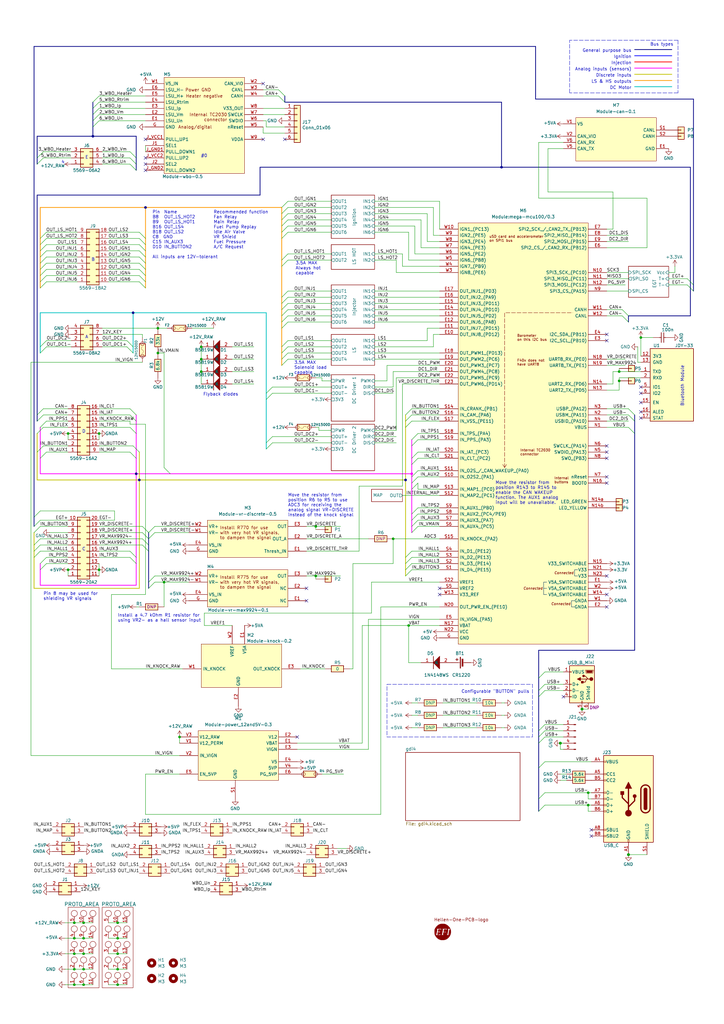
<source format=kicad_sch>
(kicad_sch (version 20231120) (generator "eeschema") (generator_version "8.0")
  (paper "A3" portrait)
  (title_block (title "UAEFI") (date "2025-04-30") (rev "E") (company "rusEFI.com") (comment 1 "https://rusefi.com/s/uaefi"))
  (junction (at 54.61 128.27))
  (junction (at 57.15 196.85))
  (junction (at 34.29 397.51))
  (junction (at 167.64 256.54))
  (junction (at 48.26 403.86))
  (junction (at 82.55 152.4))
  (junction (at 34.29 384.81))
  (junction (at 241.3 325.12))
  (junction (at 64.77 144.78))
  (junction (at 34.29 378.46))
  (junction (at 73.66 302.26))
  (junction (at 238.76 290.83) (diameter 1.016))
  (junction (at 38.1 55.88))
  (junction (at 27.94 177.8))
  (junction (at 257.81 350.52) (diameter 1.016))
  (junction (at 48.26 384.81))
  (junction (at 48.26 391.16))
  (junction (at 40.64 177.8))
  (junction (at 34.29 403.86))
  (junction (at 129.54 236.22))
  (junction (at 82.55 142.24))
  (junction (at 30.48 403.86))
  (junction (at 229.87 304.8) (diameter 1.016))
  (junction (at 262.89 138.43))
  (junction (at 67.31 238.76))
  (junction (at 168.91 194.31) (color 255 0 255 1))
  (junction (at 30.48 384.81))
  (junction (at 30.48 378.46))
  (junction (at 205.74 68.58))
  (junction (at 166.37 196.85))
  (junction (at 59.69 85.09))
  (junction (at 241.3 330.2))
  (junction (at 55.88 194.31))
  (junction (at 48.26 397.51))
  (junction (at 161.29 220.98))
  (junction (at 40.64 233.68))
  (junction (at 64.77 134.62))
  (junction (at 129.54 215.9))
  (junction (at 254 152.4))
  (junction (at 48.26 378.46))
  (junction (at 27.94 233.68))
  (junction (at 30.48 391.16))
  (junction (at 254 156.21))
  (junction (at 82.55 147.32))
  (junction (at 34.29 391.16))
  (junction (at 30.48 397.51))
  (no_connect (at 125.73 241.3))
  (no_connect (at 107.95 34.29))
  (no_connect (at 262.89 171.45))
  (no_connect (at 242.57 342.9))
  (no_connect (at 125.73 246.38))
  (no_connect (at 262.89 168.91))
  (no_connect (at 242.57 340.36))
  (no_connect (at 248.92 182.88))
  (no_connect (at 248.92 187.96))
  (no_connect (at 248.92 248.92))
  (no_connect (at 59.69 64.77))
  (no_connect (at 262.89 161.29))
  (no_connect (at 59.69 69.85))
  (no_connect (at 116.84 57.15))
  (no_connect (at 59.69 57.15))
  (no_connect (at 248.92 198.12))
  (no_connect (at 248.92 185.42))
  (no_connect (at 121.92 302.26))
  (no_connect (at 248.92 236.22))
  (no_connect (at 59.69 67.31))
  (no_connect (at 262.89 158.75))
  (no_connect (at 107.95 57.15))
  (no_connect (at 231.14 285.75))
  (no_connect (at 248.92 243.84))
  (no_connect (at 248.92 137.16))
  (no_connect (at 248.92 139.7))
  (no_connect (at 180.34 241.3))
  (no_connect (at 262.89 165.1))
  (no_connect (at 180.34 243.84))
  (no_connect (at 248.92 195.58))
  (bus_entry (at 171.45 177.8) (size -2.54 2.54))
  (bus_entry (at 114.3 36.83) (size 2.54 2.54))
  (bus_entry (at 255.27 127) (size 2.54 2.54))
  (bus_entry (at 118.11 147.32) (size -2.54 2.54))
  (bus_entry (at 19.05 172.72) (size -2.54 2.54))
  (bus_entry (at 54.61 182.88) (size 2.54 2.54))
  (bus_entry (at 19.05 100.33) (size -2.54 2.54))
  (bus_entry (at 40.64 39.37) (size -2.54 2.54))
  (bus_entry (at 223.52 325.12) (size -2.54 2.54) (stroke (width 0.1524)))
  (bus_entry (at 58.42 223.52) (size 2.54 2.54))
  (bus_entry (at 57.15 95.25) (size 2.54 2.54))
  (bus_entry (at 19.05 139.7) (size -2.54 2.54))
  (bus_entry (at 19.05 110.49) (size -2.54 2.54))
  (bus_entry (at 17.78 175.26) (size -2.54 2.54))
  (bus_entry (at 257.81 167.64) (size 2.54 2.54) (stroke (width 0.1524)))
  (bus_entry (at 168.91 172.72) (size -2.54 2.54))
  (bus_entry (at 114.3 39.37) (size 2.54 2.54))
  (bus_entry (at 171.45 187.96) (size -2.54 2.54))
  (bus_entry (at 223.52 299.72) (size -2.54 2.54))
  (bus_entry (at 16.51 213.36) (size -2.54 2.54))
  (bus_entry (at 223.52 275.59) (size -2.54 2.54))
  (bus_entry (at 223.52 283.21) (size -2.54 2.54))
  (bus_entry (at 118.11 132.08) (size -2.54 2.54))
  (bus_entry (at 111.76 181.61) (size -2.54 2.54))
  (bus_entry (at 19.05 113.03) (size -2.54 2.54))
  (bus_entry (at 168.91 231.14) (size -2.54 2.54))
  (bus_entry (at 58.42 220.98) (size 2.54 2.54))
  (bus_entry (at 168.91 228.6) (size -2.54 2.54))
  (bus_entry (at 17.78 170.18) (size -2.54 2.54))
  (bus_entry (at 19.05 185.42) (size -2.54 2.54))
  (bus_entry (at 223.52 297.18) (size -2.54 2.54))
  (bus_entry (at 118.11 142.24) (size -2.54 2.54))
  (bus_entry (at 19.05 107.95) (size -2.54 2.54))
  (bus_entry (at 40.64 44.45) (size -2.54 2.54))
  (bus_entry (at 19.05 115.57) (size -2.54 2.54))
  (bus_entry (at 57.15 113.03) (size 2.54 2.54))
  (bus_entry (at 171.45 195.58) (size -2.54 2.54))
  (bus_entry (at 118.11 127) (size -2.54 2.54))
  (bus_entry (at 57.15 110.49) (size 2.54 2.54))
  (bus_entry (at 111.76 179.07) (size -2.54 2.54))
  (bus_entry (at 16.51 226.06) (size -2.54 2.54))
  (bus_entry (at 171.45 198.12) (size -2.54 2.54))
  (bus_entry (at 171.45 210.82) (size -2.54 2.54))
  (bus_entry (at 281.94 116.84) (size 2.54 2.54))
  (bus_entry (at 118.11 92.71) (size -2.54 2.54))
  (bus_entry (at 19.05 228.6) (size -2.54 2.54))
  (bus_entry (at 171.45 185.42) (size -2.54 2.54))
  (bus_entry (at 168.91 233.68) (size -2.54 2.54))
  (bus_entry (at 53.34 185.42) (size 2.54 2.54))
  (bus_entry (at 118.11 87.63) (size -2.54 2.54))
  (bus_entry (at 17.78 167.64) (size -2.54 2.54))
  (bus_entry (at 118.11 85.09) (size -2.54 2.54))
  (bus_entry (at 40.64 41.91) (size -2.54 2.54))
  (bus_entry (at 19.05 231.14) (size -2.54 2.54))
  (bus_entry (at 19.05 95.25) (size -2.54 2.54))
  (bus_entry (at 118.11 129.54) (size -2.54 2.54))
  (bus_entry (at 118.11 104.14) (size -2.54 2.54))
  (bus_entry (at 63.5 238.76) (size -2.54 2.54))
  (bus_entry (at 63.5 218.44) (size -2.54 2.54))
  (bus_entry (at 53.34 175.26) (size 2.54 2.54))
  (bus_entry (at 57.15 100.33) (size 2.54 2.54))
  (bus_entry (at 257.81 175.26) (size 2.54 2.54) (stroke (width 0.1524)))
  (bus_entry (at 57.15 97.79) (size 2.54 2.54))
  (bus_entry (at 223.52 280.67) (size -2.54 2.54))
  (bus_entry (at 53.34 167.64) (size 2.54 2.54))
  (bus_entry (at 53.34 67.31) (size 2.54 2.54))
  (bus_entry (at 53.34 228.6) (size 2.54 2.54))
  (bus_entry (at 52.07 142.24) (size 2.54 2.54))
  (bus_entry (at 57.15 102.87) (size 2.54 2.54))
  (bus_entry (at 67.31 191.77) (size 2.54 2.54))
  (bus_entry (at 223.52 302.26) (size -2.54 2.54))
  (bus_entry (at 16.51 220.98) (size -2.54 2.54))
  (bus_entry (at 16.51 215.9) (size -2.54 2.54))
  (bus_entry (at 281.94 114.3) (size 2.54 2.54))
  (bus_entry (at 168.91 226.06) (size -2.54 2.54))
  (bus_entry (at 57.15 115.57) (size 2.54 2.54))
  (bus_entry (at 111.76 158.75) (size -2.54 2.54))
  (bus_entry (at 257.81 170.18) (size 2.54 2.54) (stroke (width 0.1524)))
  (bus_entry (at 118.11 119.38) (size -2.54 2.54))
  (bus_entry (at 168.91 170.18) (size -2.54 2.54))
  (bus_entry (at 118.11 144.78) (size -2.54 2.54))
  (bus_entry (at 53.34 170.18) (size 2.54 2.54))
  (bus_entry (at 58.42 218.44) (size 2.54 2.54))
  (bus_entry (at 118.11 106.68) (size -2.54 2.54))
  (bus_entry (at 57.15 105.41) (size 2.54 2.54))
  (bus_entry (at 118.11 139.7) (size -2.54 2.54))
  (bus_entry (at 19.05 97.79) (size -2.54 2.54))
  (bus_entry (at 118.11 95.25) (size -2.54 2.54))
  (bus_entry (at 52.07 139.7) (size 2.54 2.54))
  (bus_entry (at 171.45 208.28) (size -2.54 2.54))
  (bus_entry (at 16.51 209.55) (size -2.54 2.54))
  (bus_entry (at 118.11 82.55) (size -2.54 2.54))
  (bus_entry (at 171.45 215.9) (size -2.54 2.54))
  (bus_entry (at 17.78 182.88) (size -2.54 2.54))
  (bus_entry (at 53.34 62.23) (size 2.54 2.54))
  (bus_entry (at 223.52 330.2) (size -2.54 2.54) (stroke (width 0.1524)))
  (bus_entry (at 58.42 215.9) (size 2.54 2.54))
  (bus_entry (at 118.11 121.92) (size -2.54 2.54))
  (bus_entry (at 17.78 64.77) (size -2.54 2.54))
  (bus_entry (at 171.45 193.04) (size -2.54 2.54))
  (bus_entry (at 40.64 46.99) (size -2.54 2.54))
  (bus_entry (at 223.52 312.42) (size -2.54 2.54) (stroke (width 0.1524)))
  (bus_entry (at 171.45 213.36) (size -2.54 2.54))
  (bus_entry (at 168.91 167.64) (size -2.54 2.54))
  (bus_entry (at 63.5 215.9) (size -2.54 2.54))
  (bus_entry (at 171.45 180.34) (size -2.54 2.54))
  (bus_entry (at 40.64 49.53) (size -2.54 2.54))
  (bus_entry (at 19.05 105.41) (size -2.54 2.54))
  (bus_entry (at 53.34 226.06) (size 2.54 2.54))
  (bus_entry (at 118.11 90.17) (size -2.54 2.54))
  (bus_entry (at 255.27 129.54) (size 2.54 2.54))
  (bus_entry (at 63.5 236.22) (size -2.54 2.54))
  (bus_entry (at 118.11 124.46) (size -2.54 2.54))
  (bus_entry (at 53.34 64.77) (size 2.54 2.54))
  (bus_entry (at 57.15 107.95) (size 2.54 2.54))
  (bus_entry (at 16.51 223.52) (size -2.54 2.54))
  (bus_entry (at 19.05 142.24) (size -2.54 2.54))
  (bus_entry (at 17.78 62.23) (size -2.54 2.54))
  (bus_entry (at 111.76 161.29) (size -2.54 2.54))
  (bus_entry (at 19.05 102.87) (size -2.54 2.54))
  (wire (pts (xy 30.48 384.81) (xy 34.29 384.81)))
  (wire (pts (xy 242.57 332.74) (xy 241.3 332.74)))
  (wire (pts (xy 40.64 213.36) (xy 46.99 213.36)))
  (bus (pts (xy 55.88 177.8) (xy 55.88 187.96)) (stroke (width 0) (color 255 0 255 1)))
  (wire (pts (xy 205.74 288.29) (xy 207.01 288.29)))
  (bus (pts (xy 220.98 304.8) (xy 220.98 314.96)))
  (wire (pts (xy 44.45 97.79) (xy 57.15 97.79)))
  (wire (pts (xy 229.87 304.8) (xy 231.14 304.8)))
  (bus (pts (xy 15.24 80.01) (xy 15.24 170.18)))
  (bus (pts (xy 55.88 170.18) (xy 55.88 172.72)) (stroke (width 0) (color 255 0 255 1)))
  (wire (pts (xy 205.74 293.37) (xy 207.01 293.37)))
  (bus (pts (xy 109.22 161.29) (xy 109.22 163.83)) (stroke (width 0) (color 0 194 194 1)))
  (wire (pts (xy 29.21 64.77) (xy 17.78 64.77)))
  (wire (pts (xy 153.67 139.7) (xy 175.26 139.7)))
  (wire (pts (xy 153.67 147.32) (xy 180.34 147.32)))
  (wire (pts (xy 40.64 41.91) (xy 59.69 41.91)))
  (wire (pts (xy 111.76 158.75) (xy 135.89 158.75)))
  (wire (pts (xy 231.14 280.67) (xy 223.52 280.67)))
  (bus (pts (xy 15.24 185.42) (xy 15.24 196.85)) (stroke (width 0) (color 194 194 0 1)))
  (wire (pts (xy 41.91 67.31) (xy 53.34 67.31)))
  (wire (pts (xy 83.82 256.54) (xy 95.25 256.54)))
  (bus (pts (xy 38.1 55.88) (xy 15.24 55.88)))
  (wire (pts (xy 31.75 107.95) (xy 19.05 107.95)))
  (wire (pts (xy 153.67 119.38) (xy 180.34 119.38)))
  (wire (pts (xy 153.67 176.53) (xy 162.56 176.53)))
  (wire (pts (xy 48.26 378.46) (xy 52.07 378.46)))
  (wire (pts (xy 153.67 129.54) (xy 180.34 129.54)))
  (wire (pts (xy 41.91 62.23) (xy 53.34 62.23)))
  (wire (pts (xy 261.62 148.59) (xy 262.89 148.59)))
  (bus (pts (xy 275.59 25.4) (xy 260.35 25.4)) (stroke (width 0.3048) (color 255 0 0 1)))
  (bus (pts (xy 219.71 19.05) (xy 219.71 40.64)))
  (wire (pts (xy 132.08 154.94) (xy 132.08 156.21)))
  (wire (pts (xy 153.67 87.63) (xy 175.26 87.63)))
  (wire (pts (xy 276.86 111.76) (xy 276.86 109.22)))
  (wire (pts (xy 30.48 403.86) (xy 34.29 403.86)))
  (bus (pts (xy 16.51 85.09) (xy 16.51 97.79)) (stroke (width 0) (color 255 153 0 1)))
  (wire (pts (xy 107.95 44.45) (xy 116.84 44.45)))
  (wire (pts (xy 40.64 220.98) (xy 58.42 220.98)))
  (bus (pts (xy 109.22 181.61) (xy 109.22 184.15)) (stroke (width 0) (color 0 194 194 1)))
  (wire (pts (xy 26.67 384.81) (xy 30.48 384.81)))
  (bus (pts (xy 16.51 233.68) (xy 16.51 240.03)) (stroke (width 0) (color 255 0 255 1)))
  (wire (pts (xy 133.35 274.32) (xy 123.19 274.32)))
  (bus (pts (xy 60.96 241.3) (xy 60.96 238.76)))
  (bus (pts (xy 15.24 64.77) (xy 15.24 67.31)))
  (wire (pts (xy 12.7 309.88) (xy 12.7 148.59)))
  (bus (pts (xy 275.59 33.02) (xy 260.35 33.02)) (stroke (width 0.3048) (color 255 153 0 1)))
  (wire (pts (xy 153.67 127) (xy 180.34 127)))
  (wire (pts (xy 40.64 185.42) (xy 53.34 185.42)))
  (wire (pts (xy 26.67 391.16) (xy 30.48 391.16)))
  (wire (pts (xy 242.57 325.12) (xy 241.3 325.12)))
  (wire (pts (xy 29.21 142.24) (xy 19.05 142.24)))
  (wire (pts (xy 165.1 109.22) (xy 180.34 109.22)))
  (bus (pts (xy 220.98 302.26) (xy 220.98 304.8)))
  (wire (pts (xy 180.34 82.55) (xy 180.34 93.98)))
  (bus (pts (xy 166.37 170.18) (xy 166.37 172.72)) (stroke (width 0) (color 194 194 0 1)))
  (wire (pts (xy 162.56 106.68) (xy 153.67 106.68)))
  (wire (pts (xy 142.24 347.98) (xy 138.43 347.98)))
  (bus (pts (xy 220.98 327.66) (xy 220.98 332.74)))
  (wire (pts (xy 153.67 95.25) (xy 167.64 95.25)))
  (bus (pts (xy 109.22 163.83) (xy 109.22 181.61)) (stroke (width 0) (color 0 194 194 1)))
  (wire (pts (xy 40.64 223.52) (xy 58.42 223.52)))
  (wire (pts (xy 118.11 82.55) (xy 135.89 82.55)))
  (wire (pts (xy 156.21 334.01) (xy 156.21 248.92)))
  (wire (pts (xy 181.61 293.37) (xy 195.58 293.37)))
  (bus (pts (xy 15.24 170.18) (xy 15.24 172.72)))
  (bus (pts (xy 115.57 144.78) (xy 115.57 147.32)) (stroke (width 0) (color 255 153 0 1)))
  (bus (pts (xy 168.91 210.82) (xy 168.91 213.36)) (stroke (width 0) (color 255 0 255 1)))
  (wire (pts (xy 46.99 213.36) (xy 46.99 209.55)))
  (wire (pts (xy 153.67 144.78) (xy 180.34 144.78)))
  (wire (pts (xy 83.82 251.46) (xy 83.82 256.54)))
  (wire (pts (xy 40.64 49.53) (xy 59.69 49.53)))
  (wire (pts (xy 114.3 39.37) (xy 107.95 39.37)))
  (bus (pts (xy 15.24 55.88) (xy 15.24 64.77)))
  (wire (pts (xy 255.27 127) (xy 248.92 127)))
  (wire (pts (xy 167.64 106.68) (xy 180.34 106.68)))
  (bus (pts (xy 16.51 115.57) (xy 16.51 118.11)) (stroke (width 0) (color 255 153 0 1)))
  (wire (pts (xy 45.72 274.32) (xy 45.72 243.84)))
  (bus (pts (xy 55.88 55.88) (xy 38.1 55.88)))
  (wire (pts (xy 58.42 137.16) (xy 58.42 138.43)))
  (wire (pts (xy 148.59 256.54) (xy 167.64 256.54)))
  (wire (pts (xy 31.75 97.79) (xy 19.05 97.79)))
  (wire (pts (xy 274.32 116.84) (xy 281.94 116.84)))
  (wire (pts (xy 248.92 99.06) (xy 257.81 99.06)))
  (wire (pts (xy 63.5 215.9) (xy 77.47 215.9)))
  (wire (pts (xy 129.54 215.9) (xy 139.7 215.9)))
  (polyline (pts (xy 278.13 16.51) (xy 233.68 16.51)) (stroke (width 0) (type dash)))
  (wire (pts (xy 132.08 156.21) (xy 135.89 156.21)))
  (bus (pts (xy 15.24 177.8) (xy 15.24 185.42)) (stroke (width 0) (color 194 194 0 1)))
  (bus (pts (xy 13.97 212.09) (xy 13.97 19.05)))
  (wire (pts (xy 44.45 384.81) (xy 48.26 384.81)))
  (wire (pts (xy 44.45 110.49) (xy 57.15 110.49)))
  (bus (pts (xy 220.98 278.13) (xy 220.98 283.21)))
  (wire (pts (xy 171.45 177.8) (xy 180.34 177.8)))
  (wire (pts (xy 118.11 144.78) (xy 135.89 144.78)))
  (wire (pts (xy 27.94 228.6) (xy 19.05 228.6)))
  (wire (pts (xy 111.76 179.07) (xy 135.89 179.07)))
  (wire (pts (xy 31.75 105.41) (xy 19.05 105.41)))
  (wire (pts (xy 231.14 297.18) (xy 223.52 297.18)))
  (wire (pts (xy 147.32 199.39) (xy 165.1 199.39)))
  (bus (pts (xy 106.68 80.01) (xy 15.24 80.01)))
  (wire (pts (xy 31.75 115.57) (xy 19.05 115.57)))
  (wire (pts (xy 48.26 397.51) (xy 52.07 397.51)))
  (wire (pts (xy 251.46 152.4) (xy 251.46 157.48)))
  (wire (pts (xy 223.52 275.59) (xy 231.14 275.59)))
  (wire (pts (xy 254 151.13) (xy 254 152.4)))
  (wire (pts (xy 242.57 327.66) (xy 241.3 327.66)))
  (wire (pts (xy 118.11 92.71) (xy 135.89 92.71)))
  (wire (pts (xy 41.91 139.7) (xy 52.07 139.7)))
  (wire (pts (xy 59.69 173.99) (xy 59.69 243.84)))
  (wire (pts (xy 168.91 167.64) (xy 180.34 167.64)))
  (bus (pts (xy 115.57 142.24) (xy 115.57 144.78)) (stroke (width 0) (color 255 153 0 1)))
  (wire (pts (xy 254 154.94) (xy 254 156.21)))
  (wire (pts (xy 129.54 236.22) (xy 139.7 236.22)))
  (wire (pts (xy 118.11 90.17) (xy 135.89 90.17)))
  (bus (pts (xy 205.74 68.58) (xy 106.68 68.58)))
  (wire (pts (xy 220.98 81.28) (xy 220.98 58.42)))
  (bus (pts (xy 115.57 85.09) (xy 115.57 87.63)) (stroke (width 0) (color 255 153 0 1)))
  (wire (pts (xy 251.46 93.98) (xy 251.46 78.74)))
  (wire (pts (xy 40.64 170.18) (xy 53.34 170.18)))
  (wire (pts (xy 64.77 134.62) (xy 68.58 134.62)))
  (wire (pts (xy 44.45 113.03) (xy 57.15 113.03)))
  (bus (pts (xy 59.69 97.79) (xy 59.69 100.33)) (stroke (width 0) (color 255 153 0 1)))
  (bus (pts (xy 166.37 233.68) (xy 166.37 236.22)) (stroke (width 0) (color 194 194 0 1)))
  (wire (pts (xy 171.45 210.82) (xy 180.34 210.82)))
  (wire (pts (xy 241.3 290.83) (xy 238.76 290.83)))
  (wire (pts (xy 27.94 233.68) (xy 27.94 236.22)))
  (wire (pts (xy 129.54 175.26) (xy 130.81 175.26)))
  (bus (pts (xy 220.98 283.21) (xy 220.98 285.75)))
  (bus (pts (xy 59.69 85.09) (xy 59.69 97.79)) (stroke (width 0) (color 255 153 0 1)))
  (wire (pts (xy 251.46 152.4) (xy 254 152.4)))
  (bus (pts (xy 59.69 110.49) (xy 59.69 113.03)) (stroke (width 0) (color 255 153 0 1)))
  (wire (pts (xy 172.72 101.6) (xy 180.34 101.6)))
  (bus (pts (xy 115.57 90.17) (xy 115.57 92.71)) (stroke (width 0) (color 255 153 0 1)))
  (bus (pts (xy 60.96 238.76) (xy 60.96 226.06)))
  (wire (pts (xy 248.92 111.76) (xy 257.81 111.76)))
  (wire (pts (xy 44.45 105.41) (xy 57.15 105.41)))
  (bus (pts (xy 115.57 92.71) (xy 115.57 95.25)) (stroke (width 0) (color 255 153 0 1)))
  (bus (pts (xy 260.35 266.7) (xy 260.35 177.8)))
  (wire (pts (xy 34.29 397.51) (xy 38.1 397.51)))
  (bus (pts (xy 38.1 49.53) (xy 38.1 52.07)))
  (polyline (pts (xy 278.13 38.1) (xy 233.68 38.1)) (stroke (width 0) (type dash)))
  (wire (pts (xy 248.92 170.18) (xy 257.81 170.18)))
  (wire (pts (xy 153.67 124.46) (xy 180.34 124.46)))
  (bus (pts (xy 220.98 266.7) (xy 260.35 266.7)))
  (wire (pts (xy 254 156.21) (xy 254 160.02)))
  (wire (pts (xy 231.14 307.34) (xy 229.87 307.34)))
  (wire (pts (xy 248.92 96.52) (xy 257.81 96.52)))
  (bus (pts (xy 59.69 107.95) (xy 59.69 110.49)) (stroke (width 0) (color 255 153 0 1)))
  (bus (pts (xy 115.57 106.68) (xy 115.57 109.22)) (stroke (width 0) (color 255 153 0 1)))
  (bus (pts (xy 16.51 231.14) (xy 16.51 233.68)) (stroke (width 0) (color 255 0 255 1)))
  (wire (pts (xy 248.92 160.02) (xy 254 160.02)))
  (wire (pts (xy 40.64 177.8) (xy 40.64 180.34)))
  (bus (pts (xy 168.91 198.12) (xy 168.91 200.66)) (stroke (width 0) (color 255 0 255 1)))
  (bus (pts (xy 13.97 223.52) (xy 13.97 226.06)) (stroke (width 0) (color 194 194 0 1)))
  (bus (pts (xy 115.57 127) (xy 115.57 129.54)) (stroke (width 0) (color 255 153 0 1)))
  (wire (pts (xy 177.8 137.16) (xy 180.34 137.16)))
  (bus (pts (xy 16.51 100.33) (xy 16.51 102.87)) (stroke (width 0) (color 255 153 0 1)))
  (wire (pts (xy 40.64 218.44) (xy 58.42 218.44)))
  (wire (pts (xy 64.77 144.78) (xy 67.31 144.78)))
  (wire (pts (xy 44.45 403.86) (xy 48.26 403.86)))
  (wire (pts (xy 255.27 129.54) (xy 248.92 129.54)))
  (wire (pts (xy 63.5 236.22) (xy 77.47 236.22)))
  (bus (pts (xy 275.59 35.56) (xy 260.35 35.56)) (stroke (width 0.3048) (color 0 194 194 1)))
  (wire (pts (xy 256.54 116.84) (xy 248.92 116.84)))
  (wire (pts (xy 63.5 218.44) (xy 77.47 218.44)))
  (bus (pts (xy 283.21 68.58) (xy 205.74 68.58)))
  (bus (pts (xy 13.97 19.05) (xy 219.71 19.05)))
  (wire (pts (xy 82.55 142.24) (xy 82.55 147.32)))
  (wire (pts (xy 168.91 228.6) (xy 180.34 228.6)))
  (bus (pts (xy 168.91 182.88) (xy 168.91 187.96)) (stroke (width 0) (color 255 0 255 1)))
  (bus (pts (xy 275.59 20.32) (xy 260.35 20.32)))
  (bus (pts (xy 69.85 194.31) (xy 168.91 194.31)) (stroke (width 0) (color 255 0 255 1)))
  (wire (pts (xy 107.95 49.53) (xy 109.22 49.53)))
  (wire (pts (xy 27.94 170.18) (xy 17.78 170.18)))
  (wire (pts (xy 171.45 200.66) (xy 171.45 198.12)))
  (wire (pts (xy 118.11 106.68) (xy 135.89 106.68)))
  (wire (pts (xy 129.54 236.22) (xy 129.54 237.49)))
  (polyline (pts (xy 233.68 38.1) (xy 233.68 16.51)) (stroke (width 0) (type dash)))
  (wire (pts (xy 170.18 92.71) (xy 170.18 104.14)))
  (bus (pts (xy 55.88 55.88) (xy 55.88 64.77)))
  (wire (pts (xy 31.75 95.25) (xy 19.05 95.25)))
  (wire (pts (xy 95.25 147.32) (xy 104.14 147.32)))
  (wire (pts (xy 82.55 147.32) (xy 82.55 152.4)))
  (wire (pts (xy 48.26 391.16) (xy 52.07 391.16)))
  (bus (pts (xy 16.51 107.95) (xy 16.51 110.49)) (stroke (width 0) (color 255 153 0 1)))
  (wire (pts (xy 95.25 157.48) (xy 104.14 157.48)))
  (bus (pts (xy 168.91 195.58) (xy 168.91 198.12)) (stroke (width 0) (color 255 0 255 1)))
  (bus (pts (xy 16.51 113.03) (xy 16.51 115.57)) (stroke (width 0) (color 255 153 0 1)))
  (wire (pts (xy 161.29 152.4) (xy 180.34 152.4)))
  (bus (pts (xy 13.97 226.06) (xy 13.97 228.6)) (stroke (width 0) (color 194 194 0 1)))
  (wire (pts (xy 41.91 137.16) (xy 58.42 137.16)))
  (wire (pts (xy 153.67 121.92) (xy 180.34 121.92)))
  (bus (pts (xy 168.91 194.31) (xy 168.91 195.58)) (stroke (width 0) (color 255 0 255 1)))
  (wire (pts (xy 111.76 181.61) (xy 135.89 181.61)))
  (bus (pts (xy 59.69 113.03) (xy 59.69 115.57)) (stroke (width 0) (color 255 153 0 1)))
  (wire (pts (xy 118.11 127) (xy 135.89 127)))
  (wire (pts (xy 82.55 152.4) (xy 82.55 157.48)))
  (wire (pts (xy 31.75 113.03) (xy 19.05 113.03)))
  (wire (pts (xy 44.45 102.87) (xy 57.15 102.87)))
  (bus (pts (xy 260.35 170.18) (xy 260.35 172.72)))
  (wire (pts (xy 129.54 154.94) (xy 132.08 154.94)))
  (wire (pts (xy 175.26 134.62) (xy 180.34 134.62)))
  (bus (pts (xy 55.88 240.03) (xy 16.51 240.03)) (stroke (width 0) (color 255 0 255 1)))
  (bus (pts (xy 166.37 196.85) (xy 166.37 228.6)) (stroke (width 0) (color 194 194 0 1)))
  (wire (pts (xy 274.32 114.3) (xy 281.94 114.3)))
  (wire (pts (xy 161.29 220.98) (xy 180.34 220.98)))
  (wire (pts (xy 229.87 317.5) (xy 232.41 317.5)))
  (wire (pts (xy 223.52 312.42) (xy 242.57 312.42)))
  (wire (pts (xy 265.43 101.6) (xy 265.43 81.28)))
  (wire (pts (xy 248.92 101.6) (xy 265.43 101.6)))
  (wire (pts (xy 265.43 350.52) (xy 257.81 350.52)))
  (wire (pts (xy 30.48 378.46) (xy 34.29 378.46)))
  (wire (pts (xy 29.21 62.23) (xy 17.78 62.23)))
  (wire (pts (xy 118.11 85.09) (xy 135.89 85.09)))
  (bus (pts (xy 106.68 68.58) (xy 106.68 80.01)))
  (bus (pts (xy 16.51 187.96) (xy 16.51 194.31)) (stroke (width 0) (color 255 0 255 1)))
  (bus (pts (xy 59.69 102.87) (xy 59.69 105.41)) (stroke (width 0) (color 255 153 0 1)))
  (wire (pts (xy 27.94 215.9) (xy 16.51 215.9)))
  (wire (pts (xy 162.56 111.76) (xy 162.56 106.68)))
  (wire (pts (xy 125.73 226.06) (xy 147.32 226.06)))
  (wire (pts (xy 12.7 148.59) (xy 58.42 148.59)))
  (bus (pts (xy 55.88 231.14) (xy 55.88 240.03)) (stroke (width 0) (color 255 0 255 1)))
  (wire (pts (xy 67.31 144.78) (xy 67.31 191.77)))
  (wire (pts (xy 59.69 317.5) (xy 73.66 317.5)))
  (wire (pts (xy 248.92 172.72) (xy 257.81 172.72)))
  (wire (pts (xy 48.26 384.81) (xy 52.07 384.81)))
  (wire (pts (xy 172.72 90.17) (xy 172.72 101.6)))
  (wire (pts (xy 158.75 149.86) (xy 180.34 149.86)))
  (bus (pts (xy 168.91 200.66) (xy 168.91 210.82)) (stroke (width 0) (color 255 0 255 1)))
  (wire (pts (xy 267.97 138.43) (xy 262.89 138.43)))
  (wire (pts (xy 153.67 85.09) (xy 177.8 85.09)))
  (wire (pts (xy 118.11 142.24) (xy 135.89 142.24)))
  (bus (pts (xy 168.91 180.34) (xy 168.91 182.88)) (stroke (width 0) (color 255 0 255 1)))
  (wire (pts (xy 44.45 115.57) (xy 57.15 115.57)))
  (bus (pts (xy 13.97 215.9) (xy 13.97 212.09)))
  (wire (pts (xy 144.78 231.14) (xy 161.29 231.14)))
  (wire (pts (xy 45.72 274.32) (xy 74.93 274.32)))
  (wire (pts (xy 53.34 173.99) (xy 59.69 173.99)))
  (wire (pts (xy 44.45 95.25) (xy 57.15 95.25)))
  (wire (pts (xy 118.11 124.46) (xy 135.89 124.46)))
  (wire (pts (xy 156.21 248.92) (xy 180.34 248.92)))
  (wire (pts (xy 165.1 157.48) (xy 180.34 157.48)))
  (wire (pts (xy 143.51 274.32) (xy 144.78 274.32)))
  (wire (pts (xy 162.56 176.53) (xy 162.56 154.94)))
  (wire (pts (xy 147.32 226.06) (xy 147.32 199.39)))
  (wire (pts (xy 165.1 203.2) (xy 180.34 203.2)))
  (bus (pts (xy 260.35 172.72) (xy 260.35 177.8)))
  (wire (pts (xy 171.45 193.04) (xy 180.34 193.04)))
  (wire (pts (xy 161.29 231.14) (xy 161.29 220.98)))
  (wire (pts (xy 229.87 320.04) (xy 232.41 320.04)))
  (bus (pts (xy 60.96 223.52) (xy 60.96 226.06)))
  (wire (pts (xy 53.34 172.72) (xy 53.34 173.99)))
  (bus (pts (xy 59.69 115.57) (xy 59.69 118.11)) (stroke (width 0) (color 255 153 0 1)))
  (wire (pts (xy 168.91 293.37) (xy 171.45 293.37)))
  (wire (pts (xy 17.78 182.88) (xy 27.94 182.88)))
  (bus (pts (xy 220.98 285.75) (xy 220.98 299.72)))
  (wire (pts (xy 153.67 179.07) (xy 162.56 179.07)))
  (bus (pts (xy 54.61 142.24) (xy 54.61 144.78)) (stroke (width 0) (color 0 194 194 1)))
  (wire (pts (xy 40.64 46.99) (xy 59.69 46.99)))
  (wire (pts (xy 40.64 182.88) (xy 54.61 182.88)))
  (wire (pts (xy 59.69 334.01) (xy 156.21 334.01)))
  (bus (pts (xy 60.96 220.98) (xy 60.96 223.52)))
  (wire (pts (xy 132.08 317.5) (xy 140.97 317.5)))
  (bus (pts (xy 13.97 218.44) (xy 13.97 223.52)) (stroke (width 0) (color 194 194 0 1)))
  (wire (pts (xy 34.29 391.16) (xy 38.1 391.16)))
  (bus (pts (xy 55.88 194.31) (xy 69.85 194.31)) (stroke (width 0) (color 255 0 255 1)))
  (wire (pts (xy 129.54 215.9) (xy 129.54 217.17)))
  (bus (pts (xy 284.48 40.64) (xy 284.48 116.84)))
  (wire (pts (xy 40.64 167.64) (xy 53.34 167.64)))
  (bus (pts (xy 55.88 194.31) (xy 55.88 228.6)) (stroke (width 0) (color 255 0 255 1)))
  (bus (pts (xy 115.57 124.46) (xy 115.57 127)) (stroke (width 0) (color 255 153 0 1)))
  (wire (pts (xy 114.3 36.83) (xy 107.95 36.83)))
  (wire (pts (xy 153.67 104.14) (xy 165.1 104.14)))
  (wire (pts (xy 27.94 226.06) (xy 16.51 226.06)))
  (bus (pts (xy 115.57 85.09) (xy 59.69 85.09)) (stroke (width 0) (color 255 153 0 1)))
  (wire (pts (xy 130.81 176.53) (xy 135.89 176.53)))
  (wire (pts (xy 153.67 142.24) (xy 177.8 142.24)))
  (wire (pts (xy 175.26 99.06) (xy 180.34 99.06)))
  (wire (pts (xy 118.11 95.25) (xy 135.89 95.25)))
  (bus (pts (xy 115.57 87.63) (xy 115.57 90.17)) (stroke (width 0) (color 255 153 0 1)))
  (wire (pts (xy 118.11 139.7) (xy 135.89 139.7)))
  (bus (pts (xy 16.51 105.41) (xy 16.51 107.95)) (stroke (width 0) (color 255 153 0 1)))
  (wire (pts (xy 40.64 39.37) (xy 59.69 39.37)))
  (wire (pts (xy 231.14 302.26) (xy 223.52 302.26)))
  (wire (pts (xy 34.29 403.86) (xy 38.1 403.86)))
  (bus (pts (xy 168.91 187.96) (xy 168.91 190.5)) (stroke (width 0) (color 255 0 255 1)))
  (wire (pts (xy 152.4 238.76) (xy 180.34 238.76)))
  (bus (pts (xy 16.51 110.49) (xy 16.51 113.03)) (stroke (width 0) (color 255 153 0 1)))
  (wire (pts (xy 95.25 152.4) (xy 104.14 152.4)))
  (wire (pts (xy 220.98 58.42) (xy 231.14 58.42)))
  (bus (pts (xy 284.48 116.84) (xy 284.48 119.38)))
  (wire (pts (xy 262.89 138.43) (xy 262.89 146.05)))
  (wire (pts (xy 151.13 254) (xy 180.34 254)))
  (wire (pts (xy 31.75 110.49) (xy 19.05 110.49)))
  (polyline (pts (xy 278.13 16.51) (xy 278.13 38.1)) (stroke (width 0) (type dash)))
  (wire (pts (xy 44.45 378.46) (xy 48.26 378.46)))
  (bus (pts (xy 38.1 46.99) (xy 38.1 49.53)))
  (wire (pts (xy 121.92 304.8) (xy 148.59 304.8)))
  (bus (pts (xy 55.88 64.77) (xy 55.88 67.31)))
  (bus (pts (xy 16.51 194.31) (xy 55.88 194.31)) (stroke (width 0) (color 255 0 255 1)))
  (wire (pts (xy 26.67 378.46) (xy 30.48 378.46)))
  (wire (pts (xy 248.92 119.38) (xy 257.81 119.38)))
  (wire (pts (xy 40.64 172.72) (xy 53.34 172.72)))
  (wire (pts (xy 175.26 139.7) (xy 175.26 134.62)))
  (wire (pts (xy 224.79 78.74) (xy 224.79 60.96)))
  (bus (pts (xy 38.1 52.07) (xy 38.1 55.88)))
  (wire (pts (xy 48.26 403.86) (xy 52.07 403.86)))
  (wire (pts (xy 167.64 256.54) (xy 167.64 271.78)))
  (wire (pts (xy 251.46 78.74) (xy 224.79 78.74)))
  (wire (pts (xy 118.11 87.63) (xy 135.89 87.63)))
  (bus (pts (xy 219.71 40.64) (xy 284.48 40.64)))
  (wire (pts (xy 41.91 64.77) (xy 53.34 64.77)))
  (wire (pts (xy 153.67 90.17) (xy 172.72 90.17)))
  (wire (pts (xy 171.45 185.42) (xy 180.34 185.42)))
  (wire (pts (xy 161.29 158.75) (xy 161.29 152.4)))
  (wire (pts (xy 151.13 307.34) (xy 151.13 254)))
  (wire (pts (xy 153.67 92.71) (xy 170.18 92.71)))
  (wire (pts (xy 241.3 327.66) (xy 241.3 325.12)))
  (wire (pts (xy 168.91 226.06) (xy 180.34 226.06)))
  (wire (pts (xy 153.67 156.21) (xy 158.75 156.21)))
  (wire (pts (xy 165.1 199.39) (xy 165.1 157.48)))
  (bus (pts (xy 115.57 121.92) (xy 115.57 124.46)) (stroke (width 0) (color 255 153 0 1)))
  (wire (pts (xy 265.43 81.28) (xy 220.98 81.28)))
  (bus (pts (xy 115.57 134.62) (xy 115.57 142.24)) (stroke (width 0) (color 255 153 0 1)))
  (wire (pts (xy 27.94 185.42) (xy 19.05 185.42)))
  (bus (pts (xy 166.37 172.72) (xy 166.37 175.26)) (stroke (width 0) (color 194 194 0 1)))
  (wire (pts (xy 59.69 59.69) (xy 59.69 62.23)))
  (wire (pts (xy 251.46 157.48) (xy 248.92 157.48)))
  (wire (pts (xy 67.31 238.76) (xy 77.47 238.76)))
  (bus (pts (xy 275.59 22.86) (xy 260.35 22.86)) (stroke (width 0.3048) (color 0 0 255 1)))
  (bus (pts (xy 16.51 142.24) (xy 16.51 128.27)) (stroke (width 0) (color 0 194 194 1)))
  (wire (pts (xy 26.67 403.86) (xy 30.48 403.86)))
  (wire (pts (xy 107.95 46.99) (xy 116.84 46.99)))
  (wire (pts (xy 248.92 149.86) (xy 256.54 149.86)))
  (bus (pts (xy 257.81 132.08) (xy 257.81 129.54)))
  (wire (pts (xy 16.51 209.55) (xy 46.99 209.55)))
  (bus (pts (xy 59.69 105.41) (xy 59.69 107.95)) (stroke (width 0) (color 255 153 0 1)))
  (wire (pts (xy 171.45 208.28) (xy 180.34 208.28)))
  (bus (pts (xy 168.91 213.36) (xy 168.91 215.9)) (stroke (width 0) (color 255 0 255 1)))
  (wire (pts (xy 59.69 334.01) (xy 59.69 317.5)))
  (wire (pts (xy 248.92 175.26) (xy 257.81 175.26)))
  (wire (pts (xy 171.45 187.96) (xy 180.34 187.96)))
  (wire (pts (xy 241.3 325.12) (xy 223.52 325.12)))
  (bus (pts (xy 116.84 41.91) (xy 205.74 41.91)))
  (bus (pts (xy 16.51 97.79) (xy 16.51 100.33)) (stroke (width 0) (color 255 153 0 1)))
  (bus (pts (xy 54.61 128.27) (xy 109.22 128.27)) (stroke (width 0) (color 0 194 194 1)))
  (wire (pts (xy 44.45 397.51) (xy 48.26 397.51)))
  (wire (pts (xy 231.14 299.72) (xy 223.52 299.72)))
  (wire (pts (xy 118.11 132.08) (xy 135.89 132.08)))
  (wire (pts (xy 20.32 218.44) (xy 27.94 218.44)))
  (wire (pts (xy 153.67 82.55) (xy 180.34 82.55)))
  (wire (pts (xy 170.18 104.14) (xy 180.34 104.14)))
  (bus (pts (xy 168.91 190.5) (xy 168.91 194.31)) (stroke (width 0) (color 255 0 255 1)))
  (wire (pts (xy 31.75 102.87) (xy 19.05 102.87)))
  (wire (pts (xy 40.64 228.6) (xy 53.34 228.6)))
  (wire (pts (xy 241.3 332.74) (xy 241.3 330.2)))
  (wire (pts (xy 180.34 111.76) (xy 162.56 111.76)))
  (wire (pts (xy 241.3 330.2) (xy 223.52 330.2)))
  (bus (pts (xy 59.69 100.33) (xy 59.69 102.87)) (stroke (width 0) (color 255 153 0 1)))
  (bus (pts (xy 115.57 147.32) (xy 115.57 149.86)) (stroke (width 0) (color 255 153 0 1)))
  (bus (pts (xy 16.51 102.87) (xy 16.51 105.41)) (stroke (width 0) (color 255 153 0 1)))
  (wire (pts (xy 167.64 271.78) (xy 172.72 271.78)))
  (bus (pts (xy 57.15 185.42) (xy 57.15 196.85)) (stroke (width 0) (color 194 194 0 1)))
  (wire (pts (xy 44.45 107.95) (xy 57.15 107.95)))
  (wire (pts (xy 148.59 304.8) (xy 148.59 256.54)))
  (wire (pts (xy 41.91 142.24) (xy 52.07 142.24)))
  (wire (pts (xy 27.94 213.36) (xy 16.51 213.36)))
  (bus (pts (xy 116.84 39.37) (xy 116.84 41.91)))
  (bus (pts (xy 55.88 228.6) (xy 55.88 231.14)) (stroke (width 0) (color 255 0 255 1)))
  (wire (pts (xy 29.21 139.7) (xy 19.05 139.7)))
  (bus (pts (xy 205.74 41.91) (xy 205.74 68.58)))
  (wire (pts (xy 152.4 251.46) (xy 83.82 251.46)))
  (wire (pts (xy 30.48 397.51) (xy 34.29 397.51)))
  (wire (pts (xy 95.25 142.24) (xy 104.14 142.24)))
  (wire (pts (xy 118.11 119.38) (xy 135.89 119.38)))
  (wire (pts (xy 125.73 236.22) (xy 129.54 236.22)))
  (wire (pts (xy 254 152.4) (xy 262.89 152.4)))
  (wire (pts (xy 41.91 134.62) (xy 64.77 134.62)))
  (wire (pts (xy 144.78 274.32) (xy 144.78 231.14)))
  (bus (pts (xy 220.98 299.72) (xy 220.98 302.26)))
  (wire (pts (xy 175.26 87.63) (xy 175.26 99.06)))
  (wire (pts (xy 34.29 378.46) (xy 38.1 378.46)))
  (wire (pts (xy 27.94 177.8) (xy 27.94 180.34)))
  (wire (pts (xy 167.64 95.25) (xy 167.64 106.68)))
  (wire (pts (xy 44.45 100.33) (xy 57.15 100.33)))
  (wire (pts (xy 78.74 134.62) (xy 87.63 134.62)))
  (wire (pts (xy 118.11 147.32) (xy 135.89 147.32)))
  (wire (pts (xy 180.34 200.66) (xy 171.45 200.66)))
  (wire (pts (xy 73.66 302.26) (xy 73.66 304.8)))
  (bus (pts (xy 55.88 172.72) (xy 55.88 177.8)) (stroke (width 0) (color 255 0 255 1)))
  (wire (pts (xy 168.91 233.68) (xy 180.34 233.68)))
  (bus (pts (xy 166.37 228.6) (xy 166.37 231.14)) (stroke (width 0) (color 194 194 0 1)))
  (wire (pts (xy 167.64 256.54) (xy 180.34 256.54)))
  (wire (pts (xy 121.92 307.34) (xy 151.13 307.34)))
  (bus (pts (xy 54.61 128.27) (xy 54.61 142.24)) (stroke (width 0) (color 0 194 194 1)))
  (bus (pts (xy 115.57 95.25) (xy 115.57 97.79)) (stroke (width 0) (color 255 153 0 1)))
  (wire (pts (xy 27.94 231.14) (xy 19.05 231.14)))
  (wire (pts (xy 229.87 307.34) (xy 229.87 304.8)))
  (wire (pts (xy 168.91 288.29) (xy 171.45 288.29)))
  (wire (pts (xy 125.73 220.98) (xy 151.13 220.98)))
  (wire (pts (xy 67.31 238.76) (xy 67.31 248.92)))
  (wire (pts (xy 168.91 298.45) (xy 171.45 298.45)))
  (wire (pts (xy 125.73 215.9) (xy 129.54 215.9)))
  (wire (pts (xy 111.76 161.29) (xy 135.89 161.29)))
  (bus (pts (xy 16.51 128.27) (xy 54.61 128.27)) (stroke (width 0) (color 0 194 194 1)))
  (wire (pts (xy 171.45 195.58) (xy 180.34 195.58)))
  (bus (pts (xy 57.15 196.85) (xy 57.15 241.3)) (stroke (width 0) (color 194 194 0 1)))
  (bus (pts (xy 115.57 132.08) (xy 115.57 134.62)) (stroke (width 0) (color 255 153 0 1)))
  (wire (pts (xy 40.64 226.06) (xy 53.34 226.06)))
  (wire (pts (xy 118.11 129.54) (xy 135.89 129.54)))
  (wire (pts (xy 168.91 170.18) (xy 180.34 170.18)))
  (wire (pts (xy 30.48 391.16) (xy 34.29 391.16)))
  (wire (pts (xy 130.81 175.26) (xy 130.81 176.53)))
  (wire (pts (xy 55.88 248.92) (xy 57.15 248.92)))
  (wire (pts (xy 158.75 156.21) (xy 158.75 149.86)))
  (bus (pts (xy 16.51 175.26) (xy 16.51 187.96)) (stroke (width 0) (color 255 0 255 1)))
  (bus (pts (xy 59.69 85.09) (xy 16.51 85.09)) (stroke (width 0) (color 255 153 0 1)))
  (bus (pts (xy 275.59 27.94) (xy 260.35 27.94)) (stroke (width 0.3048) (color 255 0 255 1)))
  (bus (pts (xy 16.51 144.78) (xy 16.51 142.24)) (stroke (width 0) (color 0 194 194 1)))
  (bus (pts (xy 168.91 215.9) (xy 168.91 218.44)) (stroke (width 0) (color 255 0 255 1)))
  (wire (pts (xy 153.67 158.75) (xy 161.29 158.75)))
  (wire (pts (xy 109.22 49.53) (xy 109.22 52.07)))
  (bus (pts (xy 275.59 30.48) (xy 260.35 30.48)) (stroke (width 0.3048) (color 194 194 0 1)))
  (bus (pts (xy 115.57 129.54) (xy 115.57 132.08)) (stroke (width 0) (color 255 153 0 1)))
  (wire (pts (xy 224.79 60.96) (xy 231.14 60.96)))
  (wire (pts (xy 153.67 132.08) (xy 180.34 132.08)))
  (wire (pts (xy 26.67 397.51) (xy 30.48 397.51)))
  (wire (pts (xy 205.74 298.45) (xy 207.01 298.45)))
  (bus (pts (xy 115.57 97.79) (xy 115.57 106.68)) (stroke (width 0) (color 255 153 0 1)))
  (wire (pts (xy 171.45 180.34) (xy 180.34 180.34)))
  (wire (pts (xy 231.14 283.21) (xy 223.52 283.21)))
  (wire (pts (xy 109.22 52.07) (xy 116.84 52.07)))
  (wire (pts (xy 153.67 181.61) (xy 162.56 181.61)))
  (bus (pts (xy 220.98 314.96) (xy 220.98 327.66)))
  (wire (pts (xy 261.62 142.24) (xy 261.62 148.59)))
  (wire (pts (xy 12.7 309.88) (xy 73.66 309.88)))
  (wire (pts (xy 118.11 104.14) (xy 135.89 104.14)))
  (wire (pts (xy 40.64 231.14) (xy 40.64 233.68)))
  (bus (pts (xy 38.1 41.91) (xy 38.1 44.45)))
  (wire (pts (xy 168.91 231.14) (xy 180.34 231.14)))
  (bus (pts (xy 115.57 109.22) (xy 115.57 121.92)) (stroke (width 0) (color 255 153 0 1)))
  (bus (pts (xy 55.88 67.31) (xy 55.88 69.85)))
  (wire (pts (xy 118.11 121.92) (xy 135.89 121.92)))
  (wire (pts (xy 177.8 142.24) (xy 177.8 137.16)))
  (wire (pts (xy 274.32 111.76) (xy 276.86 111.76)))
  (wire (pts (xy 248.92 147.32) (xy 256.54 147.32)))
  (wire (pts (xy 242.57 330.2) (xy 241.3 330.2)))
  (wire (pts (xy 31.75 100.33) (xy 19.05 100.33)))
  (wire (pts (xy 248.92 93.98) (xy 251.46 93.98)))
  (wire (pts (xy 162.56 154.94) (xy 180.34 154.94)))
  (wire (pts (xy 254 154.94) (xy 262.89 154.94)))
  (bus (pts (xy 55.88 187.96) (xy 55.88 194.31)) (stroke (width 0) (color 255 0 255 1)))
  (wire (pts (xy 107.95 54.61) (xy 116.84 54.61)))
  (bus (pts (xy 57.15 241.3) (xy 13.97 241.3)) (stroke (width 0) (color 194 194 0 1)))
  (wire (pts (xy 34.29 384.81) (xy 38.1 384.81)))
  (wire (pts (xy 165.1 104.14) (xy 165.1 109.22)))
  (wire (pts (xy 40.64 233.68) (xy 40.64 236.22)))
  (wire (pts (xy 177.8 96.52) (xy 180.34 96.52)))
  (wire (pts (xy 27.94 167.64) (xy 17.78 167.64)))
  (wire (pts (xy 171.45 215.9) (xy 180.34 215.9)))
  (bus (pts (xy 38.1 44.45) (xy 38.1 46.99)))
  (wire (pts (xy 248.92 114.3) (xy 257.81 114.3)))
  (wire (pts (xy 44.45 391.16) (xy 48.26 391.16)))
  (bus (pts (xy 166.37 196.85) (xy 57.15 196.85)) (stroke (width 0) (color 194 194 0 1)))
  (wire (pts (xy 152.4 238.76) (xy 152.4 251.46)))
  (bus (pts (xy 166.37 175.26) (xy 166.37 196.85)) (stroke (width 0) (color 194 194 0 1)))
  (wire (pts (xy 27.94 223.52) (xy 16.51 223.52)))
  (wire (pts (xy 17.78 175.26) (xy 27.94 175.26)))
  (wire (pts (xy 45.72 243.84) (xy 59.69 243.84)))
  (bus (pts (xy 109.22 128.27) (xy 109.22 161.29)) (stroke (width 0) (color 0 194 194 1)))
  (wire (pts (xy 27.94 220.98) (xy 16.51 220.98)))
  (bus (pts (xy 166.37 231.14) (xy 166.37 233.68)) (stroke (width 0) (color 194 194 0 1)))
  (wire (pts (xy 248.92 167.64) (xy 257.81 167.64)))
  (bus (pts (xy 283.21 129.54) (xy 283.21 68.58)))
  (bus (pts (xy 220.98 266.7) (xy 220.98 278.13)))
  (wire (pts (xy 181.61 298.45) (xy 195.58 298.45)))
  (wire (pts (xy 27.94 172.72) (xy 19.05 172.72)))
  (wire (pts (xy 63.5 238.76) (xy 67.31 238.76)))
  (wire (pts (xy 40.64 175.26) (xy 53.34 175.26)))
  (wire (pts (xy 171.45 213.36) (xy 180.34 213.36)))
  (wire (pts (xy 153.67 161.29) (xy 161.29 161.29)))
  (bus (pts (xy 15.24 196.85) (xy 57.15 196.85)) (stroke (width 0) (color 194 194 0 1)))
  (bus (pts (xy 60.96 218.44) (xy 60.96 220.98)))
  (wire (pts (xy 107.95 52.07) (xy 107.95 54.61)))
  (wire (pts (xy 177.8 85.09) (xy 177.8 96.52)))
  (wire (pts (xy 181.61 288.29) (xy 195.58 288.29)))
  (bus (pts (xy 13.97 228.6) (xy 13.97 241.3)) (stroke (width 0) (color 194 194 0 1)))
  (wire (pts (xy 40.64 215.9) (xy 58.42 215.9)))
  (wire (pts (xy 40.64 44.45) (xy 59.69 44.45)))
  (bus (pts (xy 257.81 129.54) (xy 283.21 129.54)))
  (wire (pts (xy 168.91 172.72) (xy 180.34 172.72)))
  (rectangle (start 158.75 280.67) (end 218.44 302.26) (stroke (width 0) (type dash)))
  (text "Move the resistor from\nposition R6 to R5 to use \nADC3 for receiving the\nanalog signal VR-DISCRETE\ninstead of the knock signal" (at 118.11 212.09 0) (effects (font (size 1.27 1.27)) (justify left bottom)))
  (text "4" (at 25.146 67.31 0) (effects (font (size 1.27 1.27)) (justify left bottom)))
  (text "Bluetooth Module" (at 280.67 149.86 90) (effects (font (size 1.27 1.27)) (justify right bottom)))
  (text "Configurable \"BUTTON\" pulls" (at 189.23 284.48 0) (effects (font (size 1.27 1.27)) (justify left bottom)))
  (text "General purpose bus" (at 259.08 21.59 0) (effects (font (size 1.27 1.27)) (justify right bottom)))
  (text "Bus types" (at 266.7 19.05 0) (effects (font (size 1.27 1.27)) (justify left bottom)))
  (text "Flyback diodes" (at 83.312 162.56 0) (effects (font (size 1.27 1.27)) (justify left bottom)))
  (text "3.5A MAX\nSolenoid load\ncapable" (at 120.65 153.67 0) (effects (font (size 1.27 1.27)) (justify left bottom)))
  (text "D" (at 33.655 177.8 0) (effects (font (size 1.27 1.27)) (justify left bottom)))
  (text "Move the resistor from\nposition R143 to R145 to\nenable the CAN WAKEUP\nfunction. The AUX1 analog\ninput will be unavailable." (at 203.2 207.01 0) (effects (font (size 1.27 1.27)) (justify left bottom)))
  (text "C" (at 33.655 226.06 0) (effects (font (size 1.27 1.27)) (justify left bottom)))
  (text "Pin	Name			Recommended function\nB8	OUT_LS_HOT2		Fan Relay\nB9	OUT_LS_HOT1		Main Relay\nB16	OUT_LS4			Fuel Pump Replay\nB18	OUT_LS2			Idle Air Valve\nC8  GND  			VR Shield\nC15	IN_AUX3			Fuel Pressure\nD10	IN_BUTTON2		A/C Request\n\nAll inputs are 12V-tolerant" (at 62.484 86.36 0) (effects (font (size 1.27 1.27)) (justify left top)))
  (text "Injection" (at 259.08 26.67 0) (effects (font (size 1.27 1.27)) (justify right bottom)))
  (text "3.5A MAX\nAlways hot\ncapable" (at 121.2103 112.8584 0) (effects (font (size 1.27 1.27)) (justify left bottom)))
  (text "E" (at 34.925 65.405 0) (effects (font (size 1.27 1.27)) (justify left bottom)))
  (text "Discrete inputs" (at 259.08 31.75 0) (effects (font (size 1.27 1.27)) (justify right bottom)))
  (text "LS & HS outputs" (at 259.08 34.29 0) (effects (font (size 1.27 1.27)) (justify right bottom)))
  (text "Install a 4.7 kOhm R1 resistor for \nusing VR2- as a hall sensor input" (at 48.26 255.27 0) (effects (font (size 1.27 1.27)) (justify left bottom)))
  (text "B" (at 37.465 107.315 0) (effects (font (size 1.27 1.27)) (justify left bottom)))
  (text "A" (at 34.925 139.065 0) (effects (font (size 1.27 1.27)) (justify left bottom)))
  (text "Analog inputs (sensors)" (at 259.08 29.21 0) (effects (font (size 1.27 1.27)) (justify right bottom)))
  (text "#0" (at 85.09 64.77 0) (effects (font (size 1.27 1.27)) (justify right bottom)))
  (text "Ignition" (at 259.08 24.13 0) (effects (font (size 1.27 1.27)) (justify right bottom)))
  (text "DC Motor" (at 259.08 36.83 0) (effects (font (size 1.27 1.27)) (justify right bottom)))
  (text "Pin 8 may be used for \nshielding VR signals" (at 17.78 246.38 0) (effects (font (size 1.27 1.27)) (justify left bottom)))
  (label "OUT_LS2" (at 44.45 95.25 0))
  (label "IN_PPS1" (at 95.25 339.09 0))
  (label "VR_DISCRETE_A" (at 125.73 220.98 0))
  (label "OUT_IGN3" (at 44.45 110.49 0))
  (label "PG_5VP" (at 256.54 116.84 180))
  (label "IN_HALL1" (at 180.34 226.06 180))
  (label "OUT_LS1" (at 31.75 100.33 180))
  (label "OUT_LS1" (at 57.15 355.6 180))
  (label "12V_KEY" (at 33.02 365.76 0))
  (label "IN_PPS1" (at 180.34 180.34 180))
  (label "VR_DISCRETE+" (at 66.04 215.9 0))
  (label "IN_KNOCK_RAW" (at 40.64 172.72 0))
  (label "WBO_Un" (at 86.36 363.22 180))
  (label "OUT_LS1" (at 120.65 139.7 0))
  (label "DC2_DIR" (at 153.67 179.07 0))
  (label "IN_BUTTON1" (at 181.61 288.29 0))
  (label "IN_PPS2" (at 27.94 228.6 180))
  (label "OUT_DC1-" (at 120.65 161.29 0))
  (label "OUT_IGN3" (at 120.65 87.63 0))
  (label "OUT_LS1" (at 104.14 142.24 180))
  (label "IN_CLT" (at 46.99 167.64 180))
  (label "LS3" (at 154.94 144.78 0))
  (label "OUT_DC1-" (at 29.21 142.24 180))
  (label "IN_CLT" (at 180.34 187.96 180))
  (label "IN_IAT" (at 115.57 341.63 180))
  (label "OUT_INJ4" (at 120.65 127 0))
  (label "IN_AUX2" (at 27.94 231.14 180))
  (label "OUT_LS4" (at 120.65 147.32 0))
  (label "OUT_DC2-" (at 120.65 181.61 0))
  (label "INJ6" (at 154.94 132.08 0))
  (label "IN_MAP" (at 21.59 341.63 180))
  (label "VR_DISCRETE-" (at 40.64 215.9 0))
  (label "OUT_INJ1" (at 120.65 119.38 0))
  (label "CAN+" (at 255.27 127 180))
  (label "OUT_LS3" (at 104.14 152.4 180))
  (label "IGN5" (at 154.94 92.71 0))
  (label "1_WBO_Ip" (at 40.64 44.45 0))
  (label "12V_KEY" (at 41.91 137.16 0))
  (label "IN_FLEX" (at 180.34 172.72 180))
  (label "IN_TPS2" (at 66.04 350.52 0))
  (label "IN_BUTTON2" (at 34.29 341.63 0))
  (label "OUT_LS4" (at 104.14 157.48 180))
  (label "IN_BUTTON1" (at 34.29 339.09 0))
  (label "OUT_LS_HOT1" (at 26.67 355.6 180))
  (label "OUT_IGN1" (at 69.85 358.14 0))
  (label "OUT_LS4" (at 44.45 100.33 0))
  (label "OUT_LS_HOT1" (at 31.75 95.25 180))
  (label "OUT_INJ3" (at 88.9 358.14 180))
  (label "IN_MAP" (at 40.64 185.42 0))
  (label "VIGN" (at 143.51 307.34 180))
  (label "VR_DISCRETE+" (at 138.43 350.52 0))
  (label "IN_AUX1" (at 21.59 339.09 180))
  (label "VBAT" (at 167.64 256.54 0))
  (label "IN_HALL2" (at 180.34 228.6 180))
  (label "IGN6" (at 154.94 95.25 0))
  (label "VR_MAX9924" (at 125.73 236.22 0))
  (label "USB+" (at 251.46 167.64 0))
  (label "USB+" (at 223.52 302.26 0))
  (label "USB-" (at 241.3 325.12 180))
  (label "OUT_LS_HOT2" (at 31.75 97.79 180))
  (label "OUT_LS_HOT2" (at 133.35 106.68 180))
  (label "OUT_IGN5" (at 101.6 358.14 0))
  (label "VREF1" (at 167.64 238.76 0))
  (label "IN_BUTTON1" (at 180.34 167.64 180))
  (label "IN_TPS1" (at 40.64 175.26 0))
  (label "OUT_LS3" (at 120.65 144.78 0))
  (label "3_WBO_Heater" (at 40.64 39.37 0))
  (label "INJ4" (at 154.94 127 0))
  (label "VR_DISCRETE+" (at 40.64 218.44 0))
  (label "DC1_DIS" (at 257.81 96.52 180))
  (label "LS4" (at 154.94 147.32 0))
  (label "IN_CLT" (at 128.27 341.63 0))
  (label "IN_HALL2" (at 27.94 223.52 180))
  (label "USB-" (at 223.52 299.72 0))
  (label "VR_MAX9924+" (at 96.52 350.52 0))
  (label "6_WBO_Un" (at 41.91 67.31 0))
  (label "VBUS" (at 224.79 275.59 0))
  (label "INJ5" (at 154.94 129.54 0))
  (label "IN_KNOCK" (at 133.35 274.32 180))
  (label "2_WBO_Vm" (at 41.91 62.23 0))
  (label "OUT_INJ5" (at 31.75 113.03 180))
  (label "1_WBO_Ip" (at 41.91 64.77 0))
  (label "DC2_DIS" (at 257.81 172.72 180))
  (label "VR_MAX9924-" (at 40.64 220.98 0))
  (label "OUT_IGN4" (at 133.35 358.14 0))
  (label "IGN2" (at 154.94 85.09 0))
  (label "IN_AUX2" (at 53.34 347.98 180))
  (label "OUT_LS3" (at 44.45 97.79 0))
  (label "USB-" (at 251.46 170.18 0))
  (label "WBO_Rtrim" (at 99.06 365.76 0))
  (label "IN_BUTTON1" (at 27.94 182.88 180))
  (label "OUT_INJ1" (at 57.15 358.14 180))
  (label "OUT_IGN5" (at 44.45 107.95 0))
  (label "OUT_IGN4" (at 120.65 90.17 0))
  (label "IN_TPS2" (at 40.64 228.6 0))
  (label "DC2_PWM" (at 153.67 176.53 0))
  (label "OUT_IGN6" (at 44.45 115.57 0))
  (label "CAN+" (at 114.3 39.37 180))
  (label "OUT_LS2" (at 39.37 355.6 0))
  (label "VR_DISCRETE-" (at 66.04 218.44 0))
  (label "VREF1" (at 86.36 256.54 0))
  (label "OUT_INJ5" (at 120.65 358.14 180))
  (label "MISO3" (at 248.92 114.3 0))
  (label "PWR_EN" (at 63.5 317.5 0))
  (label "VBUS" (at 228.6 297.18 180))
  (label "VR_DISCRETE" (at 125.73 215.9 0))
  (label "OUT_IGN4" (at 44.45 113.03 0))
  (label "CAN-" (at 27.94 167.64 180))
  (label "VR_MAX9924-" (at 66.04 238.76 0))
  (label "VBAT" (at 143.51 304.8 180))
  (label "OUT_IGN2" (at 120.65 85.09 0))
  (label "OUT_LS2" (at 104.14 147.32 180))
  (label "PG_5VP" (at 140.97 317.5 180))
  (label "OUT_LS_HOT1" (at 133.35 104.14 180))
  (label "OUT_DC2+" (at 41.91 139.7 0))
  (label "LS_HOT2" (at 154.94 106.68 0))
  (label "IN_VIGN" (at 63.5 309.88 0))
  (label "OUT_INJ3" (at 120.65 124.46 0))
  (label "VR_DISCRETE_THR" (at 125.73 226.06 0))
  (label "OUT_DC1+" (at 41.91 142.24 0))
  (label "EGT+" (at 27.94 213.36 180))
  (label "DC2_PWM" (at 171.45 154.94 0))
  (label "DC2_DIR" (at 257.81 99.06 180))
  (label "IN_BUTTON3" (at 180.34 233.68 180))
  (label "IN_TPS2" (at 180.34 208.28 180))
  (label "CAN+" (at 27.94 170.18 180))
  (label "IN_HALL3" (at 180.34 231.14 180))
  (label "CAN-" (at 128.27 339.09 0))
  (label "VR_DISCRETE_THR" (at 180.34 157.48 180))
  (label "OUT_IGN2" (at 44.45 105.41 0))
  (label "IN_HALL3" (at 27.94 220.98 180))
  (label "IN_AUX1" (at 180.34 193.04 180))
  (label "2_WBO_Vm" (at 40.64 46.99 0))
  (label "OUT_INJ2" (at 31.75 105.41 180))
  (label "DC1_DIR" (at 171.45 152.4 0))
  (label "IN_PPS2" (at 180.34 210.82 180))
  (label "OUT_LS4" (at 69.85 355.6 0))
  (label "OUT_LS_HOT2" (at 26.67 358.14 180))
  (label "VR_DISCRETE" (at 248.92 147.32 0))
  (label "OUT_INJ2" (at 120.65 121.92 0))
  (label "VBUS" (at 236.22 312.42 0))
  (label "OUT_DC2-" (at 29.21 139.7 180))
  (label "SCK3" (at 248.92 111.76 0))
  (label "LS2" (at 154.94 142.24 0))
  (label "OUT_INJ1" (at 31.75 102.87 180))
  (label "VIGN" (at 167.64 254 0))
  (label "INJ3" (at 154.94 124.46 0))
  (label "IN_TPS1" (at 180.34 177.8 180))
  (label "IN_VMAIN" (at 64.77 144.78 0))
  (label "EGT+" (at 275.59 114.3 0))
  (label "ADC3" (at 173.99 220.98 0))
  (label "OUT_IGN6" (at 120.65 95.25 0))
  (label "OUT_INJ6" (at 120.65 132.08 0))
  (label "IN_HALL1" (at 83.82 347.98 180))
  (label "IN_HALL2" (at 96.52 347.98 0))
  (label "IN_TPS1" (at 82.55 341.63 180))
  (label "VBUS" (at 251.46 175.26 0))
  (label "IN_HALL3" (at 125.73 347.98 180))
  (label "IN_PPS2" (at 66.04 347.98 0))
  (label "5_WBO_Rtrim" (at 40.64 41.91 0))
  (label "IN_MAP" (at 180.34 200.66 180))
  (label "OUT_IGN1" (at 44.45 102.87 0))
  (label "IN_BUTTON2" (at 181.61 293.37 0))
  (label "OUT_INJ4" (at 31.75 110.49 180))
  (label "IN_BUTTON2" (at 180.34 170.18 180))
  (label "OUT_INJ2" (at 88.9 355.6 180))
  (label "OUT_INJ5" (at 120.65 129.54 0))
  (label "VR_MAX9924" (at 248.92 149.86 0))
  (label "IN_BUTTON3" (at 27.94 215.9 180))
  (label "IN_FLEX" (at 27.94 175.26 180))
  (label "IN_VIGN" (at 54.61 148.59 180))
  (label "6_WBO_Un" (at 40.64 49.53 0))
  (label "CAN-" (at 255.27 129.54 180))
  (label "OUT_LS3" (at 39.37 358.14 0))
  (label "IN_AUX2" (at 180.34 195.58 180))
  (label "IN_BUTTON3" (at 181.61 298.45 0))
  (label "IGN1" (at 154.94 82.55 0))
  (label "IN_IAT" (at 180.34 185.42 180))
  (label "IN_AUX3" (at 83.82 350.52 180))
  (label "EGT-" (at 40.64 213.36 0))
  (label "VR_MAX9924+" (at 40.64 223.52 0))
  (label "IN_BUTTON2" (at 40.64 182.88 0))
  (label "IN_IAT" (at 40.64 170.18 0))
  (label "OUT_LS2" (at 120.65 142.24 0))
  (label "PWR_EN" (at 167.64 248.92 0))
  (label "OUT_DC1+" (at 120.65 158.75 0))
  (label "IN_HALL1" (at 27.94 226.06 180))
  (label "USB+" (at 229.87 280.67 180))
  (label "OUT_IGN1" (at 120.65 82.55 0))
  (label "3_WBO_Heater" (at 29.21 62.23 180))
  (label "OUT_IGN5" (at 120.65 92.71 0))
  (label "IGN4" (at 154.94 90.17 0))
  (label "IN_KNOCK_RAW" (at 59.69 274.32 0))
  (label "DC1_DIS" (at 153.67 161.29 0))
  (label "CAN-" (at 114.3 36.83 180))
  (label "CAN+" (at 115.57 339.09 180))
  (label "IN_FLEX" (at 82.55 339.09 180))
  (label "LS_HOT1" (at 154.94 104.14 0))
  (label "INJ1" (at 154.94 119.38 0))
  (label "IN_AUX3" (at 180.34 213.36 180))
  (label "WBO_Ip" (at 86.36 365.76 180))
  (label "IGN3" (at 154.94 87.63 0))
  (label "DC2_DIS" (at 153.67 181.61 0))
  (label "5_WBO_Rtrim" (at 29.21 64.77 180))
  (label "INJ2" (at 154.94 121.92 0))
  (label "OUT_INJ6" (at 31.75 115.57 180))
  (label "OUT_IGN2" (at 101.6 355.6 0))
  (label "OUT_DC2+" (at 120.65 179.07 0))
  (label "EGT-" (at 275.59 116.84 0))
  (label "IN_KNOCK_RAW" (at 95.25 341.63 0))
  (label "OUT_INJ4" (at 120.65 355.6 180))
  (label "USB-" (at 229.87 283.21 180))
  (label "LS1" (at 154.94 139.7 0))
  (label "OUT_INJ3" (at 31.75 107.95 180))
  (label "IN_AUX1" (at 27.94 185.42 180))
  (label "DC1_PWM" (at 171.45 149.86 0))
  (label "OUT_IGN3" (at 133.35 355.6 0))
  (label "IN_PPS1" (at 27.94 172.72 180))
  (label "VR_MAX9924+" (at 66.04 236.22 0))
  (label "IN_VMAIN" (at 180.34 215.9 180))
  (label "IN_AUX3" (at 40.64 226.06 0))
  (label "VR_MAX9924-" (at 125.73 350.52 180))
  (label "INTERNAL_MAP" (at 180.34 203.2 180))
  (label "USB+" (at 241.3 330.2 180))
  (symbol (lib_id "hellen-one-common:Cap") (at 271.78 138.43 0) (mirror y) (unit 1)
    (property "Reference" "C1" (at 271.78 133.35 0) (effects (justify right)))
    (property "Value" "100n" (at 271.4077 135.2395 0) (effects (justify right)))
    (property "Footprint" "hellen-one-common:C0603" (effects (hide yes)))
    (property "LCSC" "C14663" (effects (hide yes)))
  )
  (symbol (lib_id "power:GND") (at 180.34 261.62 270) (mirror x) (unit 1)
    (property "Reference" "#PWR055" (effects (hide yes)))
    (property "Value" "GND" (at 176.53 261.62 90) (effects (justify right)))
    (property "Description" "Power symbol creates a global label with name \"GND\" , ground" (effects (hide yes)))
  )
  (symbol (lib_id "power:GNDA") (at 207.01 288.29 90) (unit 1)
    (property "Reference" "#PWR057" (effects (hide yes)))
    (property "Value" "GNDA" (at 213.36 288.29 90))
    (property "Description" "Power symbol creates a global label with name \"GNDA\" , analog ground" (effects (hide yes)))
  )
  (symbol (lib_id "Connector_Generic:Conn_02x03_Top_Bottom") (at 34.29 64.77 0) (mirror x) (unit 1)
    (property "Reference" "J6" (at 35.56 59.69 0))
    (property "Value" "5569-06A2" (at 35.56 69.85 0))
    (property "Footprint" "Connector_Molex:Molex_Mini-Fit_Jr_5569-06A2_2x03_P4.20mm_Horizontal" (effects (hide yes)))
    (property "LCSC" "C293509" (effects (hide yes)))
  )
  (symbol (lib_id "misc:USB_C") (at 257.81 327.66 0) (mirror y) (unit 1)
    (property "Reference" "J23" (at 248.92 308.61 0))
    (property "Value" "USB_C" (at 247.65 346.71 0) (effects (justify right)))
    (property "Footprint" "kicad6-libraries:USB_C" (effects (hide yes)))
    (property "Datasheet" "https://www.usb.org/sites/default/files/documents/usb_type-c.zip" (effects (hide yes)))
    (property "LCSC" "C2927038" (effects (hide yes)))
  )
  (symbol (lib_id "power:+3.3V") (at 248.92 233.68 270) (unit 1)
    (property "Reference" "#PWR067" (effects (hide yes)))
    (property "Value" "+3.3V" (at 251.46 233.68 90) (effects (justify left)))
    (property "Description" "Power symbol creates a global label with name \"+3.3V\"" (effects (hide yes)))
  )
  (symbol (lib_id "power:GND") (at 238.76 290.83 0) (mirror y) (unit 1)
    (property "Reference" "#PWR065" (effects (hide yes)))
    (property "Value" "GND" (at 238.7092 294.7734 0))
    (property "Description" "Power symbol creates a global label with name \"GND\" , ground" (effects (hide yes)))
  )
  (symbol (lib_id "hellen-one-common:PROTO_AREA") (at 44.45 405.13 90) (unit 1)
    (property "Reference" "G2" (effects (hide yes)))
    (property "Value" "PROTO_AREA" (at 55.88 370.84 90) (effects (font (size 1.524 1.524)) (justify left)))
    (property "Footprint" "hellen-one-common:PROTO_AREA" (effects (hide yes)))
  )
  (symbol (lib_id "power:GND") (at 59.69 36.83 270) (mirror x) (unit 1)
    (property "Reference" "#PWR026" (effects (hide yes)))
    (property "Value" "GND" (at 55.88 36.83 90) (effects (justify right)))
    (property "Description" "Power symbol creates a global label with name \"GND\" , ground" (effects (hide yes)))
  )
  (symbol (lib_id "Connector_Generic:Conn_02x02_Odd_Even") (at 64.77 355.6 0) (mirror y) (unit 1)
    (property "Reference" "J12" (at 63.5 353.06 0))
    (property "Value" "Conn_02x02_Odd_Even" (effects (hide yes)))
    (property "Footprint" "Connector_PinSocket_2.54mm:PinSocket_2x02_P2.54mm_Vertical" (effects (hide yes)))
  )
  (symbol (lib_id "Mechanical:MountingHole") (at 71.12 401.32 0) (unit 1)
    (property "Reference" "H4" (at 73.66 400.05 0) (effects (justify left)))
    (property "Value" "M3" (at 73.66 402.59 0) (effects (justify left)))
    (property "Footprint" "MountingHole:MountingHole_3.2mm_M3_Pad_Via" (effects (hide yes)))
  )
  (symbol (lib_id "Connector_Generic:Conn_02x02_Odd_Even") (at 91.44 347.98 0) (mirror y) (unit 1)
    (property "Reference" "J14" (at 90.17 345.44 0))
    (property "Value" "Conn_02x02_Odd_Even" (effects (hide yes)))
    (property "Footprint" "Connector_PinSocket_2.54mm:PinSocket_2x02_P2.54mm_Vertical" (effects (hide yes)))
  )
  (symbol (lib_id "power:+3.3VA") (at 262.89 138.43 0) (unit 1)
    (property "Reference" "#PWR073" (effects (hide yes)))
    (property "Value" "+3.3VA" (at 259.08 134.62 0) (effects (justify left)))
    (property "Description" "Power symbol creates a global label with name \"+3.3VA\"" (effects (hide yes)))
  )
  (symbol (lib_id "hellen-one-common:Fuse-Pad-Pad") (at 124.46 175.26 0) (unit 1)
    (property "Reference" "F4" (at 119.38 173.99 0) (effects (font (size 1.016 1.016))))
    (property "Value" "12H1500D" (at 131.5492 174.1513 0) (effects (font (size 1.016 1.016))))
    (property "Footprint" "hellen-one-common:PAD-1206-PAD" (effects (hide yes)))
    (property "LCSC" "C182446" (effects (hide yes)))
  )
  (symbol (lib_id "power:+12V") (at 64.77 134.62 0) (unit 1)
    (property "Reference" "#PWR028" (effects (hide yes)))
    (property "Value" "+12V" (at 64.77 130.81 0))
    (property "Description" "Power symbol creates a global label with name \"+12V\"" (effects (hide yes)))
  )
  (symbol (lib_id "Connector_Generic:Conn_02x02_Odd_Even") (at 133.35 347.98 0) (mirror y) (unit 1)
    (property "Reference" "J20" (at 132.08 345.44 0))
    (property "Value" "Conn_02x02_Odd_Even" (effects (hide yes)))
    (property "Footprint" "Connector_PinSocket_2.54mm:PinSocket_2x02_P2.54mm_Vertical" (effects (hide yes)))
  )
  (symbol (lib_id "hellen-one-common:Jumper-Pad-Pad") (at 127 317.5 0) (unit 1)
    (property "Reference" "R4" (at 132.08 316.23 0) (effects (font (size 1.016 1.016))))
    (property "Value" "DNP" (effects (hide yes)))
    (property "Footprint" "hellen-one-common:PAD-0805-PAD" (effects (hide yes)))
    (property "LCSC" "C17477" (effects (hide yes)))
  )
  (symbol (lib_id "power:+12V") (at 33.02 363.22 270) (unit 1)
    (property "Reference" "#PWR016" (effects (hide yes)))
    (property "Value" "+12V" (at 38.1 363.22 90))
    (property "Description" "Power symbol creates a global label with name \"+12V\"" (effects (hide yes)))
  )
  (symbol (lib_id "Connector_Generic:Conn_02x08_Top_Bottom") (at 33.02 177.8 0) (mirror x) (unit 1)
    (property "Reference" "J4" (at 34.29 165.1 0))
    (property "Value" "5569-16A2" (at 34.29 187.96 0))
    (property "Footprint" "Connector_Molex:Molex_Mini-Fit_Jr_5569-16A2_2x08_P4.20mm_Horizontal" (effects (hide yes)))
    (property "LCSC" "C485577" (effects (hide yes)))
  )
  (symbol (lib_id "power:GNDA") (at 53.34 341.63 270) (mirror x) (unit 1)
    (property "Reference" "#PWR022" (effects (hide yes)))
    (property "Value" "GNDA" (at 47.7456 341.5157 90))
    (property "Description" "Power symbol creates a global label with name \"GNDA\" , analog ground" (effects (hide yes)))
  )
  (symbol (lib_id "Connector_Generic:Conn_02x02_Odd_Even") (at 96.52 355.6 0) (mirror y) (unit 1)
    (property "Reference" "J16" (at 95.25 353.06 0))
    (property "Value" "Conn_02x02_Odd_Even" (effects (hide yes)))
    (property "Footprint" "Connector_PinSocket_2.54mm:PinSocket_2x02_P2.54mm_Vertical" (effects (hide yes)))
  )
  (symbol (lib_id "Connector_Generic:Conn_02x09_Top_Bottom") (at 36.83 105.41 0) (mirror x) (unit 1)
    (property "Reference" "J9" (at 38.1 92.71 0))
    (property "Value" "5569-18A2" (at 38.1 118.11 0))
    (property "Footprint" "Connector_Molex:Molex_Mini-Fit_Jr_5569-18A2_2x09_P4.20mm_Horizontal" (effects (hide yes)))
    (property "LCSC" "C240834" (effects (hide yes)))
  )
  (symbol (lib_id "power:+3.3VA") (at 26.67 391.16 90) (unit 1)
    (property "Reference" "#PWR08" (effects (hide yes)))
    (property "Value" "+3.3VA" (at 24.13 391.16 90) (effects (justify left)))
    (property "Description" "Power symbol creates a global label with name \"+3.3VA\"" (effects (hide yes)))
  )
  (symbol (lib_id "power:GNDA") (at 34.29 349.25 90) (unit 1)
    (property "Reference" "#PWR018" (effects (hide yes)))
    (property "Value" "GNDA" (at 39.8844 349.1357 90))
    (property "Description" "Power symbol creates a global label with name \"GNDA\" , analog ground" (effects (hide yes)))
  )
  (symbol (lib_id "hellen-one-common:Pad") (at 259.08 156.21 0) (unit 1)
    (property "Reference" "P6" (at 260.35 156.21 0) (effects (justify left)))
    (property "Value" "Pad" (effects (hide yes)))
    (property "Footprint" "hellen-one-common:PAD-TH" (effects (hide yes)))
  )
  (symbol (lib_id "hellen-one-common:Fuse-Pad-Pad") (at 58.42 143.51 270) (unit 1)
    (property "Reference" "F1" (at 59.69 139.7 0) (effects (font (size 1.016 1.016))))
    (property "Value" "12H1500D" (at 55.88 143.51 0) (effects (font (size 1.016 1.016))))
    (property "Footprint" "hellen-one-common:PAD-1206-PAD" (effects (hide yes)))
    (property "LCSC" "C182446" (effects (hide yes)))
  )
  (symbol (lib_id "hellen-one-common:1N4148WS") (at 90.17 142.24 180) (unit 1)
    (property "Reference" "D1" (at 91.694 143.51 0))
    (property "Value" "B5819W" (at 83.82 143.51 0))
    (property "Footprint" "hellen-one-common:SOD-123" (effects (hide yes)))
    (property "LCSC" "C8598" (effects (hide yes)))
  )
  (symbol (lib_id "power:GNDA") (at 248.92 246.38 90) (unit 1)
    (property "Reference" "#PWR070" (effects (hide yes)))
    (property "Value" "GNDA" (at 254.5144 246.2657 90))
    (property "Description" "Power symbol creates a global label with name \"GNDA\" , analog ground" (effects (hide yes)))
  )
  (symbol (lib_id "hellen-one-common:Res") (at 232.41 317.5 0) (mirror x) (unit 1)
    (property "Reference" "R13" (at 232.41 316.23 0))
    (property "Value" "5.6k" (at 237.49 317.5 0))
    (property "Footprint" "hellen-one-common:R0603" (effects (hide yes)))
    (property "LCSC" "C23189" (effects (hide yes)))
  )
  (symbol (lib_id "hellen-one-common:PROTO_AREA") (at 30.48 405.13 90) (unit 1)
    (property "Reference" "G1" (effects (hide yes)))
    (property "Value" "PROTO_AREA" (at 40.64 370.84 90) (effects (font (size 1.524 1.524)) (justify left)))
    (property "Footprint" "hellen-one-common:PROTO_AREA" (effects (hide yes)))
  )
  (symbol (lib_id "power:+3.3V") (at 135.89 184.15 90) (mirror x) (unit 1)
    (property "Reference" "#PWR049" (effects (hide yes)))
    (property "Value" "+3.3V" (at 133.35 184.15 90) (effects (justify left)))
    (property "Description" "Power symbol creates a global label with name \"+3.3V\"" (effects (hide yes)))
  )
  (symbol (lib_id "hellen-one-common:Res") (at 205.74 298.45 180) (unit 1)
    (property "Reference" "R12" (at 195.58 297.18 0))
    (property "Value" "10k" (at 200.66 298.45 0))
    (property "Footprint" "hellen-one-common:R0805" (effects (hide yes)))
    (property "LCSC" "C17414" (effects (hide yes)))
  )
  (symbol (lib_id "hellen-one-common:USB_B_Mini") (at 238.76 280.67 0) (mirror y) (unit 1)
    (property "Reference" "J22" (at 243.84 269.24 0) (effects (justify left)))
    (property "Value" "USB_B_Mini" (at 243.84 271.78 0) (effects (justify left)))
    (property "Footprint" "hellen-one-common:USB-MINI-B-VERTICAL" (effects (hide yes)))
    (property "MyComment" "DNP" (at 243.84 290.195 0))
  )
  (symbol (lib_id "vr-max9924:Module-vr-max9924-0.1") (at 85.09 233.68 0) (unit 1)
    (property "Reference" "M4" (at 86.36 232.41 0))
    (property "Value" "Module-vr-max9924-0.1" (at 97.79 250.19 0))
    (property "Footprint" "hellen-one-vr-max9924-0.1:vr-max9924" (effects (hide yes)))
  )
  (symbol (lib_id "Connector_Generic:Conn_02x02_Odd_Even") (at 128.27 355.6 0) (mirror y) (unit 1)
    (property "Reference" "J19" (at 127 353.06 0))
    (property "Value" "Conn_02x02_Odd_Even" (effects (hide yes)))
    (property "Footprint" "Connector_PinSocket_2.54mm:PinSocket_2x02_P2.54mm_Vertical" (effects (hide yes)))
  )
  (symbol (lib_id "power:+5VA") (at 59.69 34.29 0) (mirror y) (unit 1)
    (property "Reference" "#PWR025" (effects (hide yes)))
    (property "Value" "+5VA" (at 59.69 30.48 0))
    (property "Description" "Power symbol creates a global label with name \"+5VA\"" (effects (hide yes)))
  )
  (symbol (lib_id "hellen-one-common:+12V_RAW") (at 99.06 363.22 270) (unit 1)
    (property "Reference" "#PWR041" (effects (hide yes)))
    (property "Value" "+12V_RAW" (at 101.6 362.585 90) (effects (justify left)))
  )
  (symbol (lib_id "power:+5VA") (at 26.67 384.81 90) (unit 1)
    (property "Reference" "#PWR07" (effects (hide yes)))
    (property "Value" "+5VA" (at 21.0756 384.4417 90))
    (property "Description" "Power symbol creates a global label with name \"+5VA\"" (effects (hide yes)))
  )
  (symbol (lib_id "hellen-one-common:1N4148WS") (at 90.17 152.4 180) (unit 1)
    (property "Reference" "D3" (at 91.694 153.67 0))
    (property "Value" "B5819W" (at 83.82 153.67 0))
    (property "Footprint" "hellen-one-common:SOD-123" (effects (hide yes)))
    (property "LCSC" "C8598" (effects (hide yes)))
  )
  (symbol (lib_id "power:+5VP") (at 21.59 346.71 90) (mirror x) (unit 1)
    (property "Reference" "#PWR04" (effects (hide yes)))
    (property "Value" "+5VP" (at 16.51 346.71 90))
    (property "Description" "Power symbol creates a global label with name \"+5VP\"" (effects (hide yes)))
  )
  (symbol (lib_id "hellen-one-knock-0.2:Module-knock-0.2") (at 82.55 264.16 0) (unit 1)
    (property "Reference" "M2" (at 101.3461 260.4706 0) (effects (justify left)))
    (property "Value" "Module-knock-0.2" (at 110.49 262.89 0))
    (property "Footprint" "hellen-one-knock-0.2:knock" (effects (hide yes)))
  )
  (symbol (lib_id "Connector_Generic:Conn_02x02_Odd_Even") (at 123.19 339.09 0) (mirror y) (unit 1)
    (property "Reference" "J18" (at 121.92 336.55 0))
    (property "Value" "Conn_02x02_Odd_Even" (effects (hide yes)))
    (property "Footprint" "Connector_PinSocket_2.54mm:PinSocket_2x02_P2.54mm_Vertical" (effects (hide yes)))
  )
  (symbol (lib_id "hellen-one-common:1N4148WS") (at 90.17 147.32 180) (unit 1)
    (property "Reference" "D2" (at 91.694 148.59 0))
    (property "Value" "B5819W" (at 83.82 148.59 0))
    (property "Footprint" "hellen-one-common:SOD-123" (effects (hide yes)))
    (property "LCSC" "C8598" (effects (hide yes)))
  )
  (symbol (lib_id "power:GND") (at 229.87 304.8 270) (mirror x) (unit 1)
    (property "Reference" "#PWR060" (effects (hide yes)))
    (property "Value" "GND" (at 225.9266 304.7492 0))
    (property "Description" "Power symbol creates a global label with name \"GND\" , ground" (effects (hide yes)))
  )
  (symbol (lib_id "hellen-one-common:Fuse-Pad-Pad") (at 124.46 154.94 0) (unit 1)
    (property "Reference" "F3" (at 119.38 153.67 0) (effects (font (size 1.016 1.016))))
    (property "Value" "12H1500D" (at 131.5492 153.8313 0) (effects (font (size 1.016 1.016))))
    (property "Footprint" "hellen-one-common:PAD-1206-PAD" (effects (hide yes)))
    (property "LCSC" "C182446" (effects (hide yes)))
  )
  (symbol (lib_id "hellen-one-common:LOGO") (at 189.23 377.19 0) (unit 1)
    (property "Reference" "G4" (effects (hide yes)))
    (property "Value" "LOGO" (effects (hide yes)))
    (property "Footprint" "hellen-one-common:LOGO" (effects (hide yes)))
  )
  (symbol (lib_id "power:GND") (at 20.32 365.76 270) (mirror x) (unit 1)
    (property "Reference" "#PWR03" (effects (hide yes)))
    (property "Value" "GND" (at 15.24 365.76 90))
    (property "Description" "Power symbol creates a global label with name \"GND\" , ground" (effects (hide yes)))
  )
  (symbol (lib_id "hellen-one-common:Res") (at 205.74 288.29 180) (unit 1)
    (property "Reference" "R10" (at 195.58 287.02 0))
    (property "Value" "10k" (at 200.66 288.29 0))
    (property "Footprint" "hellen-one-common:R0805" (effects (hide yes)))
    (property "LCSC" "C17414" (effects (hide yes)))
  )
  (symbol (lib_id "hellen-one-mega-mcu100-0.3:Module{colon}mega-mcu100/0.3") (at 180.34 93.98 0) (unit 1)
    (property "Reference" "M6" (at 214.63 86.36 0))
    (property "Value" "Module:mega-mcu100/0.3" (at 214.63 88.9 0))
    (property "Footprint" "hellen-one-mega-mcu100-0.3:mega-mcu100" (effects (hide yes)))
    (property "PUBLISHER" "qwerty-off" (effects (hide yes)))
    (property "SUPPLIER PART NUMBER 1" "*" (effects (hide yes)))
    (property "SUPPLIER PART NUMBER 2" "*" (effects (hide yes)))
    (property "SUPPLIER 1" "Mouser" (effects (hide yes)))
    (property "SUPPLIER 2" "Digi-Key" (effects (hide yes)))
    (property "FITTED" "False" (effects (hide yes)))
    (property "SUPPLIER 3" "LCSC" (effects (hide yes)))
    (property "TYPE" "Module" (effects (hide yes)))
  )
  (symbol (lib_id "hellen-one-common:Res") (at 64.77 144.78 90) (unit 1)
    (property "Reference" "R2" (at 62.23 139.7 0))
    (property "Value" "33k" (at 64.77 139.7 0))
    (property "Footprint" "hellen-one-common:R0603" (effects (hide yes)))
    (property "LCSC" "C4216" (effects (hide yes)))
  )
  (symbol (lib_id "Connector_Generic:Conn_02x02_Odd_Even") (at 29.21 339.09 0) (mirror y) (unit 1)
    (property "Reference" "J2" (at 27.94 336.55 0))
    (property "Value" "Conn_02x02_Odd_Even" (effects (hide yes)))
    (property "Footprint" "Connector_PinSocket_2.54mm:PinSocket_2x02_P2.54mm_Vertical" (effects (hide yes)))
  )
  (symbol (lib_id "power:GNDA") (at 40.64 177.8 90) (unit 1)
    (property "Reference" "#PWR019" (effects (hide yes)))
    (property "Value" "GNDA" (at 45.72 177.8 90))
    (property "Description" "Power symbol creates a global label with name \"GNDA\" , analog ground" (effects (hide yes)))
  )
  (symbol (lib_id "rusefi_logo:RUSEFI_LOGO") (at 181.61 382.27 0) (unit 1)
    (property "Reference" "G3" (effects (hide yes)))
    (property "Value" "RUSEFI_LOGO" (effects (hide yes)))
    (property "Footprint" "kicad6-libraries:rusefi_logo" (effects (hide yes)))
  )
  (symbol (lib_id "power:GND") (at 193.04 271.78 90) (unit 1)
    (property "Reference" "#PWR056" (effects (hide yes)))
    (property "Value" "GND" (at 196.85 271.78 0))
    (property "Description" "Power symbol creates a global label with name \"GND\" , ground" (effects (hide yes)))
  )
  (symbol (lib_id "hellen-one-common:Res") (at 133.35 274.32 0) (unit 1)
    (property "Reference" "R5" (at 138.43 271.78 0))
    (property "Value" "0" (at 138.43 274.32 0))
    (property "Footprint" "hellen-one-common:R0603" (effects (hide yes)))
    (property "LCSC" "C21189" (effects (hide yes)))
  )
  (symbol (lib_id "power:GNDA") (at 207.01 298.45 90) (unit 1)
    (property "Reference" "#PWR059" (effects (hide yes)))
    (property "Value" "GNDA" (at 213.36 298.45 90))
    (property "Description" "Power symbol creates a global label with name \"GNDA\" , analog ground" (effects (hide yes)))
  )
  (symbol (lib_id "power:GNDA") (at 21.59 349.25 270) (mirror x) (unit 1)
    (property "Reference" "#PWR05" (effects (hide yes)))
    (property "Value" "GNDA" (at 15.9956 349.1357 90))
    (property "Description" "Power symbol creates a global label with name \"GNDA\" , analog ground" (effects (hide yes)))
  )
  (symbol (lib_id "Connector_Generic:Conn_02x02_Odd_Even") (at 27.94 363.22 0) (mirror y) (unit 1)
    (property "Reference" "J1" (at 26.67 360.68 0))
    (property "Value" "Conn_02x02_Odd_Even" (effects (hide yes)))
    (property "Footprint" "Connector_PinSocket_2.54mm:PinSocket_2x02_P2.54mm_Vertical" (effects (hide yes)))
  )
  (symbol (lib_id "power:GND") (at 20.32 218.44 270) (mirror x) (unit 1)
    (property "Reference" "#PWR01" (effects (hide yes)))
    (property "Value" "GND" (at 16.51 219.71 90))
    (property "Description" "Power symbol creates a global label with name \"GND\" , ground" (effects (hide yes)))
  )
  (symbol (lib_id "power:+5VA") (at 100.33 256.54 270) (mirror x) (unit 1)
    (property "Reference" "#PWR042" (effects (hide yes)))
    (property "Value" "+5VA" (at 105.41 256.54 90))
    (property "Description" "Power symbol creates a global label with name \"+5VA\"" (effects (hide yes)))
  )
  (symbol (lib_id "hellen-one-common:Fuse-Pad-Pad") (at 73.66 134.62 0) (unit 1)
    (property "Reference" "F2" (at 68.58 133.35 0) (effects (font (size 1.016 1.016))))
    (property "Value" "12H1500D" (at 80.7492 133.5113 0) (effects (font (size 1.016 1.016))))
    (property "Footprint" "hellen-one-common:PAD-1206-PAD" (effects (hide yes)))
    (property "LCSC" "C182446" (effects (hide yes)))
  )
  (symbol (lib_id "power:GND") (at 257.81 350.52 0) (mirror y) (unit 1)
    (property "Reference" "#PWR071" (effects (hide yes)))
    (property "Value" "GND" (at 257.7592 354.4634 0))
    (property "Description" "Power symbol creates a global label with name \"GND\" , ground" (effects (hide yes)))
  )
  (symbol (lib_id "power:GND") (at 77.47 226.06 270) (mirror x) (unit 1)
    (property "Reference" "#PWR034" (effects (hide yes)))
    (property "Value" "GND" (at 73.66 226.06 90) (effects (justify right)))
    (property "Description" "Power symbol creates a global label with name \"GND\" , ground" (effects (hide yes)))
  )
  (symbol (lib_id "Connector_Generic:Conn_02x04_Top_Bottom") (at 34.29 139.7 0) (mirror x) (unit 1)
    (property "Reference" "J7" (at 35.56 132.08 0))
    (property "Value" "5569-08A2" (at 35.56 144.78 0))
    (property "Footprint" "Connector_Molex:Molex_Mini-Fit_Jr_5569-08A2_2x04_P4.20mm_Horizontal" (effects (hide yes)))
    (property "LCSC" "C490533" (effects (hide yes)))
  )
  (symbol (lib_id "power:GND") (at 97.79 289.56 0) (unit 1)
    (property "Reference" "#PWR040" (effects (hide yes)))
    (property "Value" "GND" (at 97.79 293.37 0))
    (property "Description" "Power symbol creates a global label with name \"GND\" , ground" (effects (hide yes)))
  )
  (symbol (lib_id "JDY-33:JDY-33") (at 266.7 154.94 0) (unit 1)
    (property "Reference" "U1" (at 267.97 141.732 0) (effects (justify left)))
    (property "Value" "JDY-33" (at 276.86 141.732 0) (effects (justify left)))
    (property "Footprint" "kicad6-libraries:JDY-33" (effects (hide yes)))
    (property "Datasheet" "https://datasheet.lcsc.com/lcsc/2106070033_QIACHIP-WL9981TC_C2689544.pdf" (effects (hide yes)))
    (property "LCSC" "C9900001612" (effects (hide yes)))
    (property "PARTREV" "v1.0" (effects (hide yes)))
    (property "MF" "HuiCheng" (effects (hide yes)))
    (property "STANDARD" "Manufacturer Recommendations" (effects (hide yes)))
  )
  (symbol (lib_id "power:GNDA") (at 53.34 350.52 270) (mirror x) (unit 1)
    (property "Reference" "#PWR023" (effects (hide yes)))
    (property "Value" "GNDA" (at 48.26 350.52 90))
    (property "Description" "Power symbol creates a global label with name \"GNDA\" , analog ground" (effects (hide yes)))
  )
  (symbol (lib_id "power:+5VA") (at 77.47 243.84 90) (unit 1)
    (property "Reference" "#PWR035" (effects (hide yes)))
    (property "Value" "+5VA" (at 71.8756 243.4717 90))
    (property "Description" "Power symbol creates a global label with name \"+5VA\"" (effects (hide yes)))
  )
  (symbol (lib_id "power:GND") (at 142.24 347.98 90) (unit 1)
    (property "Reference" "#PWR050" (effects (hide yes)))
    (property "Value" "GND" (at 147.32 347.98 90))
    (property "Description" "Power symbol creates a global label with name \"GND\" , ground" (effects (hide yes)))
  )
  (symbol (lib_id "hellen-one-vr-discrete-0.5:Module-vr-discrete-0.5") (at 85.09 213.36 0) (unit 1)
    (property "Reference" "M3" (at 101.6 208.28 0))
    (property "Value" "Module-vr-discrete-0.5" (at 101.6 210.82 0))
    (property "Footprint" "hellen-one-vr-discrete-0.5:vr-discrete" (effects (hide yes)))
  )
  (symbol (lib_id "power:GND") (at 20.32 363.22 270) (mirror x) (unit 1)
    (property "Reference" "#PWR02" (effects (hide yes)))
    (property "Value" "GND" (at 15.24 363.22 90))
    (property "Description" "Power symbol creates a global label with name \"GND\" , ground" (effects (hide yes)))
  )
  (symbol (lib_id "Mechanical:MountingHole") (at 71.12 394.97 0) (unit 1)
    (property "Reference" "H3" (at 73.66 393.7 0) (effects (justify left)))
    (property "Value" "M3" (at 73.66 396.24 0) (effects (justify left)))
    (property "Footprint" "MountingHole:MountingHole_3.2mm_M3_Pad_Via" (effects (hide yes)))
  )
  (symbol (lib_id "power:+5VA") (at 168.91 298.45 90) (unit 1)
    (property "Reference" "#PWR053" (effects (hide yes)))
    (property "Value" "+5VA" (at 162.56 298.45 90))
    (property "Description" "Power symbol creates a global label with name \"+5VA\"" (effects (hide yes)))
  )
  (symbol (lib_id "power:+5VA") (at 77.47 223.52 90) (unit 1)
    (property "Reference" "#PWR033" (effects (hide yes)))
    (property "Value" "+5VA" (at 71.8756 223.1517 90))
    (property "Description" "Power symbol creates a global label with name \"+5VA\"" (effects (hide yes)))
  )
  (symbol (lib_id "power:GND") (at 229.87 317.5 270) (mirror x) (unit 1)
    (property "Reference" "#PWR061" (effects (hide yes)))
    (property "Value" "GND" (at 224.79 317.5 90))
    (property "Description" "Power symbol creates a global label with name \"GND\" , ground" (effects (hide yes)))
  )
  (symbol (lib_id "power:+3.3VA") (at 248.92 231.14 270) (unit 1)
    (property "Reference" "#PWR066" (effects (hide yes)))
    (property "Value" "+3.3VA" (at 251.46 231.14 90) (effects (justify left)))
    (property "Description" "Power symbol creates a global label with name \"+3.3VA\"" (effects (hide yes)))
  )
  (symbol (lib_id "Connector:Conn_01x05_Pin") (at 236.22 302.26 0) (mirror y) (unit 1)
    (property "Reference" "J21" (at 233.1213 294.0494 0) (effects (justify right)))
    (property "Value" "Conn_01x05_Male" (effects (hide yes)))
    (property "Footprint" "Connector_Molex:Molex_SPOX_5267-05A_1x05_P2.50mm_Vertical" (effects (hide yes)))
  )
  (symbol (lib_id "hellen-one-wbo-0.5:Module-wbo-0.5") (at 100.33 31.75 0) (mirror y) (unit 1)
    (property "Reference" "M5" (at 68.58 30.48 0))
    (property "Value" "Module-wbo-0.5" (at 74.93 72.39 0))
    (property "Footprint" "hellen-one-wbo-0.5:wbo" (effects (hide yes)))
  )
  (symbol (lib_id "Connector_Generic:Conn_02x02_Odd_Even") (at 90.17 339.09 0) (mirror y) (unit 1)
    (property "Reference" "J13" (at 88.9 336.55 0))
    (property "Value" "Conn_02x02_Odd_Even" (effects (hide yes)))
    (property "Footprint" "Connector_PinSocket_2.54mm:PinSocket_2x02_P2.54mm_Vertical" (effects (hide yes)))
  )
  (symbol (lib_id "hellen-one-common:Res") (at 151.13 220.98 0) (unit 1)
    (property "Reference" "R6" (at 156.21 218.44 0))
    (property "Value" "0" (effects (hide yes)))
    (property "Footprint" "hellen-one-common:R0603" (effects (hide yes)))
    (property "MyComment" "DNP" (at 156.21 220.98 0))
  )
  (symbol (lib_id "Device:Battery_Cell") (at 190.5 271.78 90) (unit 1)
    (property "Reference" "BT1" (at 190.5 267.97 90) (effects (justify left)))
    (property "Value" "CR1220" (at 193.04 276.86 90) (effects (justify left)))
    (property "Footprint" "kicad6-libraries:CR1220-2" (effects (hide yes)))
    (property "LCSC" "C70381" (effects (hide yes)))
  )
  (symbol (lib_id "power:+3.3VA") (at 231.14 55.88 90) (mirror x) (unit 1)
    (property "Reference" "#PWR064" (effects (hide yes)))
    (property "Value" "+3.3VA" (at 228.6 55.88 90) (effects (justify left)))
    (property "Description" "Power symbol creates a global label with name \"+3.3VA\"" (effects (hide yes)))
  )
  (symbol (lib_id "power:GNDA") (at 207.01 293.37 90) (unit 1)
    (property "Reference" "#PWR058" (effects (hide yes)))
    (property "Value" "GNDA" (at 213.36 293.37 90))
    (property "Description" "Power symbol creates a global label with name \"GNDA\" , analog ground" (effects (hide yes)))
  )
  (symbol (lib_id "hellen-one-common:Res") (at 64.77 154.94 90) (unit 1)
    (property "Reference" "R3" (at 62.23 149.86 0))
    (property "Value" "6.8k" (at 64.77 149.86 0))
    (property "Footprint" "hellen-one-common:R0603" (effects (hide yes)))
    (property "LCSC" "C23212" (effects (hide yes)))
  )
  (symbol (lib_id "hellen-one-common:Pad") (at 134.62 237.49 0) (unit 1)
    (property "Reference" "P2" (at 137.16 237.49 0) (effects (justify left)))
    (property "Value" "Pad" (effects (hide yes)))
    (property "Footprint" "hellen-one-common:PAD-TH" (effects (hide yes)))
  )
  (symbol (lib_id "hellen-one-common:Pad") (at 279.4 53.34 0) (unit 1)
    (property "Reference" "P7" (at 281.94 53.34 0) (effects (justify left)))
    (property "Value" "Pad" (effects (hide yes)))
    (property "Footprint" "hellen-one-common:PAD-TH" (effects (hide yes)))
  )
  (symbol (lib_id "power:GND") (at 261.62 142.24 270) (unit 1)
    (property "Reference" "#PWR072" (effects (hide yes)))
    (property "Value" "GND" (at 256.54 142.24 90))
    (property "Description" "Power symbol creates a global label with name \"GND\" , ground" (effects (hide yes)))
  )
  (symbol (lib_id "hellen-one-can-0.1:Module-can-0.1") (at 236.22 48.26 0) (unit 1)
    (property "Reference" "M7" (at 252.73 43.18 0))
    (property "Value" "Module-can-0.1" (at 252.73 45.72 0))
    (property "Footprint" "hellen-one-can-0.1:can" (effects (hide yes)))
  )
  (symbol (lib_id "power:GND") (at 59.69 52.07 270) (mirror x) (unit 1)
    (property "Reference" "#PWR027" (effects (hide yes)))
    (property "Value" "GND" (at 55.88 52.07 90) (effects (justify right)))
    (property "Description" "Power symbol creates a global label with name \"GND\" , ground" (effects (hide yes)))
  )
  (symbol (lib_id "power:GND") (at 274.32 60.96 0) (mirror y) (unit 1)
    (property "Reference" "#PWR074" (effects (hide yes)))
    (property "Value" "GND" (at 274.2692 64.9034 0))
    (property "Description" "Power symbol creates a global label with name \"GND\" , ground" (effects (hide yes)))
  )
  (symbol (lib_id "hellen-one-common:Pad") (at 254 208.28 0) (unit 1)
    (property "Reference" "P4" (at 255.27 208.28 0) (effects (justify left)))
    (property "Value" "Pad" (effects (hide yes)))
    (property "Footprint" "hellen-one-common:PAD-TH" (effects (hide yes)))
  )
  (symbol (lib_id "power:+12V") (at 119.38 154.94 90) (unit 1)
    (property "Reference" "#PWR044" (effects (hide yes)))
    (property "Value" "+12V" (at 116.84 154.94 90) (effects (justify left)))
    (property "Description" "Power symbol creates a global label with name \"+12V\"" (effects (hide yes)))
  )
  (symbol (lib_id "hellen-one-common:Pad") (at 134.62 217.17 0) (unit 1)
    (property "Reference" "P1" (at 137.16 217.17 0) (effects (justify left)))
    (property "Value" "Pad" (effects (hide yes)))
    (property "Footprint" "hellen-one-common:PAD-TH" (effects (hide yes)))
  )
  (symbol (lib_id "Connector_Generic:Conn_02x10_Top_Bottom") (at 33.02 226.06 0) (mirror x) (unit 1)
    (property "Reference" "J5" (at 34.29 210.82 0))
    (property "Value" "5569-20A2" (at 34.29 238.76 0))
    (property "Footprint" "Connector_Molex:Molex_Mini-Fit_Jr_5569-20A2_2x10_P4.20mm_Horizontal" (effects (hide yes)))
    (property "LCSC" "C485578" (effects (hide yes)))
  )
  (symbol (lib_id "power:+5VP") (at 34.29 346.71 270) (unit 1)
    (property "Reference" "#PWR017" (effects (hide yes)))
    (property "Value" "+5VP" (at 39.37 346.71 90))
    (property "Description" "Power symbol creates a global label with name \"+5VP\"" (effects (hide yes)))
  )
  (symbol (lib_id "hellen-one-common:+12V_RAW") (at 87.63 134.62 0) (unit 1)
    (property "Reference" "#PWR038" (effects (hide yes)))
    (property "Value" "+12V_RAW" (at 82.55 130.81 0) (effects (justify left)))
  )
  (symbol (lib_id "power:GND") (at 26.67 403.86 270) (mirror x) (unit 1)
    (property "Reference" "#PWR010" (effects (hide yes)))
    (property "Value" "GND" (at 22.86 403.86 90) (effects (justify right)))
    (property "Description" "Power symbol creates a global label with name \"GND\" , ground" (effects (hide yes)))
  )
  (symbol (lib_id "Mechanical:MountingHole") (at 62.23 394.97 0) (unit 1)
    (property "Reference" "H1" (at 64.77 393.7 0) (effects (justify left)))
    (property "Value" "M3" (at 64.77 396.24 0) (effects (justify left)))
    (property "Footprint" "MountingHole:MountingHole_3.2mm_M3_Pad_Via" (effects (hide yes)))
  )
  (symbol (lib_id "power:+5VP") (at 53.34 339.09 90) (mirror x) (unit 1)
    (property "Reference" "#PWR021" (effects (hide yes)))
    (property "Value" "+5VP" (at 48.26 339.09 90))
    (property "Description" "Power symbol creates a global label with name \"+5VP\"" (effects (hide yes)))
  )
  (symbol (lib_id "Connector_Generic:Conn_02x02_Odd_Even") (at 93.98 363.22 0) (mirror y) (unit 1)
    (property "Reference" "J15" (at 92.71 360.68 0))
    (property "Value" "Conn_02x02_Odd_Even" (effects (hide yes)))
    (property "Footprint" "Connector_PinSocket_2.54mm:PinSocket_2x02_P2.54mm_Vertical" (effects (hide yes)))
  )
  (symbol (lib_id "power:+5VA") (at 248.92 241.3 270) (mirror x) (unit 1)
    (property "Reference" "#PWR069" (effects (hide yes)))
    (property "Value" "+5VA" (at 254.5144 240.9317 90))
    (property "Description" "Power symbol creates a global label with name \"+5VA\"" (effects (hide yes)))
  )
  (symbol (lib_id "power:GND") (at 229.87 320.04 270) (mirror x) (unit 1)
    (property "Reference" "#PWR062" (effects (hide yes)))
    (property "Value" "GND" (at 224.79 320.04 90))
    (property "Description" "Power symbol creates a global label with name \"GND\" , ground" (effects (hide yes)))
  )
  (symbol (lib_id "hellen-one-common:Res") (at 232.41 320.04 0) (mirror x) (unit 1)
    (property "Reference" "R14" (at 232.41 318.77 0))
    (property "Value" "5.6k" (at 237.49 320.04 0))
    (property "Footprint" "hellen-one-common:R0603" (effects (hide yes)))
    (property "LCSC" "C23189" (effects (hide yes)))
  )
  (symbol (lib_id "power:GND") (at 96.52 327.66 0) (mirror y) (unit 1)
    (property "Reference" "#PWR039" (effects (hide yes)))
    (property "Value" "GND" (at 96.4692 331.6034 0))
    (property "Description" "Power symbol creates a global label with name \"GND\" , ground" (effects (hide yes)))
  )
  (symbol (lib_id "hellen-one-common:1N4148WS") (at 90.17 157.48 180) (unit 1)
    (property "Reference" "D4" (at 91.694 158.75 0))
    (property "Value" "B5819W" (at 83.82 158.75 0))
    (property "Footprint" "hellen-one-common:SOD-123" (effects (hide yes)))
    (property "LCSC" "C8598" (effects (hide yes)))
  )
  (symbol (lib_id "power:GND") (at 29.21 137.16 270) (mirror x) (unit 1)
    (property "Reference" "#PWR015" (effects (hide yes)))
    (property "Value" "GND" (at 24.13 137.16 90))
    (property "Description" "Power symbol creates a global label with name \"GND\" , ground" (effects (hide yes)))
  )
  (symbol (lib_id "Connector_Generic:Conn_02x02_Odd_Even") (at 60.96 347.98 0) (mirror y) (unit 1)
    (property "Reference" "J11" (at 59.69 345.44 0))
    (property "Value" "Conn_02x02_Odd_Even" (effects (hide yes)))
    (property "Footprint" "Connector_PinSocket_2.54mm:PinSocket_2x02_P2.54mm_Vertical" (effects (hide yes)))
  )
  (symbol (lib_id "power:+5VA") (at 231.14 50.8 90) (unit 1)
    (property "Reference" "#PWR063" (effects (hide yes)))
    (property "Value" "+5VA" (at 225.5456 50.4317 90))
    (property "Description" "Power symbol creates a global label with name \"+5VA\"" (effects (hide yes)))
  )
  (symbol (lib_id "power:+3.3VA") (at 276.86 109.22 0) (unit 1)
    (property "Reference" "#PWR076" (effects (hide yes)))
    (property "Value" "+3.3VA" (at 273.05 105.41 0) (effects (justify left)))
    (property "Description" "Power symbol creates a global label with name \"+3.3VA\"" (effects (hide yes)))
  )
  (symbol (lib_id "hellen-one-common:Pad") (at 279.4 55.88 0) (unit 1)
    (property "Reference" "P8" (at 281.94 55.88 0) (effects (justify left)))
    (property "Value" "Pad" (effects (hide yes)))
    (property "Footprint" "hellen-one-common:PAD-TH" (effects (hide yes)))
  )
  (symbol (lib_id "power:+5VA") (at 168.91 288.29 90) (unit 1)
    (property "Reference" "#PWR051" (effects (hide yes)))
    (property "Value" "+5VA" (at 162.56 288.29 90))
    (property "Description" "Power symbol creates a global label with name \"+5VA\"" (effects (hide yes)))
  )
  (symbol (lib_id "hellen-one-common:+12V_RAW") (at 73.66 302.26 0) (unit 1)
    (property "Reference" "#PWR032" (effects (hide yes)))
    (property "Value" "+12V_RAW" (at 68.9483 297.8149 0) (effects (justify left)))
  )
  (symbol (lib_id "power:+5VA") (at 168.91 293.37 90) (unit 1)
    (property "Reference" "#PWR052" (effects (hide yes)))
    (property "Value" "+5VA" (at 162.56 293.37 90))
    (property "Description" "Power symbol creates a global label with name \"+5VA\"" (effects (hide yes)))
  )
  (symbol (lib_id "power:GND") (at 64.77 154.94 0) (mirror y) (unit 1)
    (property "Reference" "#PWR029" (effects (hide yes)))
    (property "Value" "GND" (at 64.77 158.75 0))
    (property "Description" "Power symbol creates a global label with name \"GND\" , ground" (effects (hide yes)))
  )
  (symbol (lib_id "hellen-one-common:Res") (at 57.15 248.92 0) (unit 1)
    (property "Reference" "R1" (at 57.15 247.65 0))
    (property "Value" "4.7k" (effects (hide yes)))
    (property "Footprint" "hellen-one-common:R0603" (effects (hide yes)))
    (property "MyComment" "DNP" (at 62.23 248.92 0))
  )
  (symbol (lib_id "power:+3.3V") (at 135.89 163.83 90) (mirror x) (unit 1)
    (property "Reference" "#PWR048" (effects (hide yes)))
    (property "Value" "+3.3V" (at 133.35 163.83 90) (effects (justify left)))
    (property "Description" "Power symbol creates a global label with name \"+3.3V\"" (effects (hide yes)))
  )
  (symbol (lib_id "hellen-one-common:+12V_RAW") (at 26.67 378.46 90) (unit 1)
    (property "Reference" "#PWR06" (effects (hide yes)))
    (property "Value" "+12V_RAW" (at 24.13 378.46 90) (effects (justify left)))
  )
  (symbol (lib_id "hellen-one-common:1N4148WS") (at 180.34 271.78 180) (unit 1)
    (property "Reference" "D5" (at 176.53 267.97 0))
    (property "Value" "1N4148WS" (at 179.07 276.86 0))
    (property "Footprint" "hellen-one-common:SOD-323" (effects (hide yes)))
    (property "LCSC" "C2128" (effects (hide yes)))
  )
  (symbol (lib_id "power:GND") (at 29.21 134.62 270) (mirror x) (unit 1)
    (property "Reference" "#PWR014" (effects (hide yes)))
    (property "Value" "GND" (at 24.13 134.62 90))
    (property "Description" "Power symbol creates a global label with name \"GND\" , ground" (effects (hide yes)))
  )
  (symbol (lib_id "power:+5VA") (at 248.92 238.76 270) (mirror x) (unit 1)
    (property "Reference" "#PWR068" (effects (hide yes)))
    (property "Value" "+5VA" (at 254.5144 238.3917 90))
    (property "Description" "Power symbol creates a global label with name \"+5VA\"" (effects (hide yes)))
  )
  (symbol (lib_id "hellen-one-common:+12V_RAW") (at 82.55 142.24 0) (unit 1)
    (property "Reference" "#PWR037" (effects (hide yes)))
    (property "Value" "+12V_RAW" (at 77.47 138.176 0) (effects (justify left)))
  )
  (symbol (lib_id "Connector_Generic:Conn_02x02_Odd_Even") (at 29.21 346.71 0) (mirror y) (unit 1)
    (property "Reference" "J3" (at 27.94 344.17 0))
    (property "Value" "Conn_02x02_Odd_Even" (effects (hide yes)))
    (property "Footprint" "Connector_PinSocket_2.54mm:PinSocket_2x02_P2.54mm_Vertical" (effects (hide yes)))
  )
  (symbol (lib_id "hellen-one-common:Pad") (at 259.08 151.13 0) (unit 1)
    (property "Reference" "P5" (at 260.35 151.13 0) (effects (justify left)))
    (property "Value" "Pad" (effects (hide yes)))
    (property "Footprint" "hellen-one-common:PAD-TH" (effects (hide yes)))
  )
  (symbol (lib_id "power:+5VP") (at 27.94 177.8 90) (unit 1)
    (property "Reference" "#PWR011" (effects (hide yes)))
    (property "Value" "+5VP" (at 22.86 177.8 90))
    (property "Description" "Power symbol creates a global label with name \"+5VP\"" (effects (hide yes)))
  )
  (symbol (lib_id "power:+5VP") (at 121.92 314.96 270) (unit 1)
    (property "Reference" "#PWR047" (effects (hide yes)))
    (property "Value" "+5VP" (at 127 314.96 90))
    (property "Description" "Power symbol creates a global label with name \"+5VP\"" (effects (hide yes)))
  )
  (symbol (lib_id "power:GNDA") (at 40.64 233.68 90) (unit 1)
    (property "Reference" "#PWR020" (effects (hide yes)))
    (property "Value" "GNDA" (at 45.72 233.68 90))
    (property "Description" "Power symbol creates a global label with name \"GNDA\" , analog ground" (effects (hide yes)))
  )
  (symbol (lib_id "power:+12V") (at 119.38 175.26 90) (unit 1)
    (property "Reference" "#PWR045" (effects (hide yes)))
    (property "Value" "+12V" (at 116.84 175.26 90) (effects (justify left)))
    (property "Description" "Power symbol creates a global label with name \"+12V\"" (effects (hide yes)))
  )
  (symbol (lib_id "power:+5VP") (at 27.94 233.68 90) (unit 1)
    (property "Reference" "#PWR012" (effects (hide yes)))
    (property "Value" "+5VP" (at 22.86 233.68 90))
    (property "Description" "Power symbol creates a global label with name \"+5VP\"" (effects (hide yes)))
  )
  (symbol (lib_id "hellen-one-common:Pad") (at 254 205.74 0) (unit 1)
    (property "Reference" "P3" (at 255.27 205.74 0) (effects (justify left)))
    (property "Value" "Pad" (effects (hide yes)))
    (property "Footprint" "hellen-one-common:PAD-TH" (effects (hide yes)))
  )
  (symbol (lib_id "power:GND") (at 77.47 246.38 270) (mirror x) (unit 1)
    (property "Reference" "#PWR036" (effects (hide yes)))
    (property "Value" "GND" (at 73.66 246.38 90) (effects (justify right)))
    (property "Description" "Power symbol creates a global label with name \"GND\" , ground" (effects (hide yes)))
  )
  (symbol (lib_id "power:GNDA") (at 66.04 341.63 90) (unit 1)
    (property "Reference" "#PWR031" (effects (hide yes)))
    (property "Value" "GNDA" (at 71.6344 341.5157 90))
    (property "Description" "Power symbol creates a global label with name \"GNDA\" , analog ground" (effects (hide yes)))
  )
  (symbol (lib_id "Mechanical:MountingHole") (at 62.23 401.32 0) (unit 1)
    (property "Reference" "H2" (at 64.77 400.05 0) (effects (justify left)))
    (property "Value" "M3" (at 64.77 402.59 0) (effects (justify left)))
    (property "Footprint" "MountingHole:MountingHole_3.2mm_M3_Pad_Via" (effects (hide yes)))
  )
  (symbol (lib_id "hellen-one-common:Res") (at 181.61 298.45 180) (unit 1)
    (property "Reference" "R9" (at 171.45 297.18 0))
    (property "Value" "DNP" (at 176.53 298.45 0))
    (property "Footprint" "hellen-one-common:R0805" (effects (hide yes)))
  )
  (symbol (lib_id "Connector_Generic:Conn_02x02_Odd_Even") (at 60.96 339.09 0) (mirror y) (unit 1)
    (property "Reference" "J10" (at 59.69 336.55 0))
    (property "Value" "Conn_02x02_Odd_Even" (effects (hide yes)))
    (property "Footprint" "Connector_PinSocket_2.54mm:PinSocket_2x02_P2.54mm_Vertical" (effects (hide yes)))
  )
  (symbol (lib_id "power:GND") (at 275.59 138.43 90) (mirror x) (unit 1)
    (property "Reference" "#PWR075" (effects (hide yes)))
    (property "Value" "GND" (at 279.5334 138.4808 0))
    (property "Description" "Power symbol creates a global label with name \"GND\" , ground" (effects (hide yes)))
  )
  (symbol (lib_id "power:GND") (at 26.67 397.51 270) (mirror x) (unit 1)
    (property "Reference" "#PWR09" (effects (hide yes)))
    (property "Value" "GND" (at 22.86 397.51 90) (effects (justify right)))
    (property "Description" "Power symbol creates a global label with name \"GND\" , ground" (effects (hide yes)))
  )
  (symbol (lib_id "hellen-one-common:+12V_RAW") (at 29.21 67.31 90) (unit 1)
    (property "Reference" "#PWR013" (effects (hide yes)))
    (property "Value" "+12V_RAW" (at 26.67 67.945 90) (effects (justify left)))
  )
  (symbol (lib_id "Connector_Generic:Conn_01x06") (at 121.92 49.53 0) (unit 1)
    (property "Reference" "J17" (at 123.9521 50.0391 0) (effects (justify left)))
    (property "Value" "Conn_01x06" (at 123.9521 52.3378 0) (effects (justify left)))
    (property "Footprint" "Connector_PinHeader_2.54mm:PinHeader_1x06_P2.54mm_Vertical" (effects (hide yes)))
    (property "LCSC" "C37208" (effects (hide yes)))
  )
  (symbol (lib_id "Connector_Generic:Conn_02x02_Odd_Even") (at 34.29 355.6 0) (mirror y) (unit 1)
    (property "Reference" "J8" (at 33.02 353.06 0))
    (property "Value" "Conn_02x02_Odd_Even" (effects (hide yes)))
    (property "Footprint" "Connector_PinSocket_2.54mm:PinSocket_2x02_P2.54mm_Vertical" (effects (hide yes)))
  )
  (symbol (lib_id "power:+5VP") (at 55.88 248.92 90) (unit 1)
    (property "Reference" "#PWR024" (effects (hide yes)))
    (property "Value" "+5VP" (at 50.8 248.92 90))
    (property "Description" "Power symbol creates a global label with name \"+5VP\"" (effects (hide yes)))
  )
  (symbol (lib_id "hellen-one-common:Res") (at 205.74 293.37 180) (unit 1)
    (property "Reference" "R11" (at 195.58 292.1 0))
    (property "Value" "10k" (at 200.66 293.37 0))
    (property "Footprint" "hellen-one-common:R0805" (effects (hide yes)))
    (property "LCSC" "C17414" (effects (hide yes)))
  )
  (symbol (lib_id "hellen-one-common:Res") (at 181.61 293.37 180) (unit 1)
    (property "Reference" "R8" (at 171.45 292.1 0))
    (property "Value" "DNP" (at 176.53 293.37 0))
    (property "Footprint" "hellen-one-common:R0805" (effects (hide yes)))
  )
  (symbol (lib_id "power:+5V") (at 121.92 312.42 270) (unit 1)
    (property "Reference" "#PWR046" (effects (hide yes)))
    (property "Value" "+5V" (at 127 312.42 90))
    (property "Description" "Power symbol creates a global label with name \"+5V\"" (effects (hide yes)))
  )
  (symbol (lib_id "power:+5V") (at 180.34 259.08 90) (mirror x) (unit 1)
    (property "Reference" "#PWR054" (effects (hide yes)))
    (property "Value" "+5V" (at 175.26 259.08 90))
    (property "Description" "Power symbol creates a global label with name \"+5V\"" (effects (hide yes)))
  )
  (symbol (lib_id "power:GND") (at 116.84 49.53 270) (mirror x) (unit 1)
    (property "Reference" "#PWR043" (effects (hide yes)))
    (property "Value" "GND" (at 111.6266 49.4792 90))
    (property "Description" "Power symbol creates a global label with name \"GND\" , ground" (effects (hide yes)))
  )
  (symbol (lib_id "hellen-one-power_12and5V:Module-power_12and5V-0.3") (at 81.28 299.72 0) (unit 1)
    (property "Reference" "M1" (at 97.79 294.64 0))
    (property "Value" "Module-power_12and5V-0.3" (at 97.79 297.18 0))
    (property "Footprint" "hellen-one-power_12and5V-0.3:power_12and5V" (effects (hide yes)))
    (property "Description" "Hellen-One Power_12and5V Module" (effects (hide yes)))
  )
  (symbol (lib_id "hellen-one-common:Res") (at 181.61 288.29 180) (unit 1)
    (property "Reference" "R7" (at 171.45 287.02 0))
    (property "Value" "DNP" (at 176.53 288.29 0))
    (property "Footprint" "hellen-one-common:R0805" (effects (hide yes)))
  )
  (symbol (lib_id "power:+5VP") (at 66.04 339.09 270) (unit 1)
    (property "Reference" "#PWR030" (effects (hide yes)))
    (property "Value" "+5VP" (at 71.12 339.09 90))
    (property "Description" "Power symbol creates a global label with name \"+5VP\"" (effects (hide yes)))
  )
  (sheet (at 135.89 153.67) (size 17.78 19.05) (stroke (width 0.1524))
    (property "Sheetname" "DC Driver 1" (at 146.05 165.735 90) (effects (justify left bottom)))
    (property "Sheetfile" "DC_MOTOR_0.1.kicad_sch" (effects (hide yes)))
    (pin "OUT+" output (at 135.89 158.75 180))
    (pin "OUT-" output (at 135.89 161.29 180))
    (pin "PWR" passive (at 135.89 156.21 180))
    (pin "PWM" input (at 153.67 156.21 0))
    (pin "DIR" input (at 153.67 158.75 0))
    (pin "DIS" input (at 153.67 161.29 0))
    (pin "3V3" passive (at 135.89 163.83 180))
  )
  (sheet (at 135.89 116.84) (size 17.78 17.78) (stroke (width 0.1524))
    (property "Sheetname" "Injector" (at 146.05 129.54 90) (effects (justify left bottom)))
    (property "Sheetfile" "INJ6.kicad_sch" (effects (hide yes)))
    (pin "OUT3" output (at 135.89 124.46 180))
    (pin "OUT2" output (at 135.89 121.92 180))
    (pin "OUT1" output (at 135.89 119.38 180))
    (pin "IN1" input (at 153.67 119.38 0))
    (pin "IN2" input (at 153.67 121.92 0))
    (pin "IN6" input (at 153.67 132.08 0))
    (pin "IN5" input (at 153.67 129.54 0))
    (pin "OUT4" output (at 135.89 127 180))
    (pin "IN4" input (at 153.67 127 0))
    (pin "OUT6" output (at 135.89 132.08 180))
    (pin "IN3" input (at 153.67 124.46 0))
    (pin "OUT5" output (at 135.89 129.54 180))
  )
  (sheet (at 166.37 308.61) (size 46.99 27.94) (stroke (width 0.1524))
    (property "Sheetname" "gdi4" (at 166.37 307.8984 0) (effects (justify left bottom)))
    (property "Sheetfile" "gdi4.kicad_sch" (at 166.37 337.1346 0) (effects (justify left top)))
  )
  (sheet (at 152.4 200.66) (size 12.7 5.08) (stroke (width 0.1524))
    (property "Sheetname" "MAP" (at 153.035 203.835 0) (effects (justify left bottom)))
    (property "Sheetfile" "MAP.kicad_sch" (effects (hide yes)))
    (pin "OUT" output (at 165.1 203.2 0))
  )
  (sheet (at 135.89 80.01) (size 17.78 17.78) (stroke (width 0.1524))
    (property "Sheetname" "Ignition" (at 146.05 92.71 90) (effects (justify left bottom)))
    (property "Sheetfile" "IGN6.kicad_sch" (effects (hide yes)))
    (pin "OUT5" output (at 135.89 92.71 180))
    (pin "IN1" input (at 153.67 82.55 0))
    (pin "OUT4" output (at 135.89 90.17 180))
    (pin "IN4" input (at 153.67 90.17 0))
    (pin "OUT3" output (at 135.89 87.63 180))
    (pin "OUT2" output (at 135.89 85.09 180))
    (pin "OUT1" output (at 135.89 82.55 180))
    (pin "IN6" input (at 153.67 95.25 0))
    (pin "IN5" input (at 153.67 92.71 0))
    (pin "OUT6" output (at 135.89 95.25 180))
    (pin "IN2" input (at 153.67 85.09 0))
    (pin "IN3" input (at 153.67 87.63 0))
  )
  (sheet (at 135.89 137.16) (size 17.78 12.7) (stroke (width 0.1524))
    (property "Sheetname" "LS" (at 146.05 144.78 90) (effects (justify left bottom)))
    (property "Sheetfile" "LS4.kicad_sch" (effects (hide yes)))
    (pin "OUT3" output (at 135.89 144.78 180))
    (pin "OUT2" output (at 135.89 142.24 180))
    (pin "OUT1" output (at 135.89 139.7 180))
    (pin "IN1" input (at 153.67 139.7 0))
    (pin "IN2" input (at 153.67 142.24 0))
    (pin "OUT4" output (at 135.89 147.32 180))
    (pin "IN4" input (at 153.67 147.32 0))
    (pin "IN3" input (at 153.67 144.78 0))
  )
  (sheet (at 135.89 173.99) (size 17.78 19.05) (stroke (width 0.1524))
    (property "Sheetname" "DC Driver 2" (at 146.05 186.055 90) (effects (justify left bottom)))
    (property "Sheetfile" "DC_MOTOR_0.1.kicad_sch" (effects (hide yes)))
    (pin "OUT+" output (at 135.89 179.07 180))
    (pin "OUT-" output (at 135.89 181.61 180))
    (pin "PWR" passive (at 135.89 176.53 180))
    (pin "PWM" input (at 153.67 176.53 0))
    (pin "DIR" input (at 153.67 179.07 0))
    (pin "DIS" input (at 153.67 181.61 0))
    (pin "3V3" passive (at 135.89 184.15 180))
  )
  (sheet (at 135.89 100.33) (size 17.78 10.16) (stroke (width 0.1524))
    (property "Sheetname" "LS HOT" (at 146.05 108.585 90) (effects (justify left bottom)))
    (property "Sheetfile" "LS_HOT.kicad_sch" (effects (hide yes)))
    (pin "IN2" input (at 153.67 106.68 0))
    (pin "IN1" input (at 153.67 104.14 0))
    (pin "OUT1" output (at 135.89 104.14 180))
    (pin "OUT2" output (at 135.89 106.68 180))
  )
  (sheet (at 257.81 109.22) (size 16.51 12.7) (stroke (width 0.1524))
    (property "Sheetname" "EGT" (at 269.24 118.11 90) (effects (justify left bottom)))
    (property "Sheetfile" "egt.kicad_sch" (effects (hide yes)))
    (pin "Vcc" input (at 274.32 111.76 0))
    (pin "SPI_SO" output (at 257.81 114.3 180))
    (pin "SPI_CS" input (at 257.81 119.38 180))
    (pin "SPI_SCK" input (at 257.81 111.76 180))
    (pin "T-" input (at 274.32 116.84 0))
    (pin "T+" input (at 274.32 114.3 0))
  )
)
</source>
